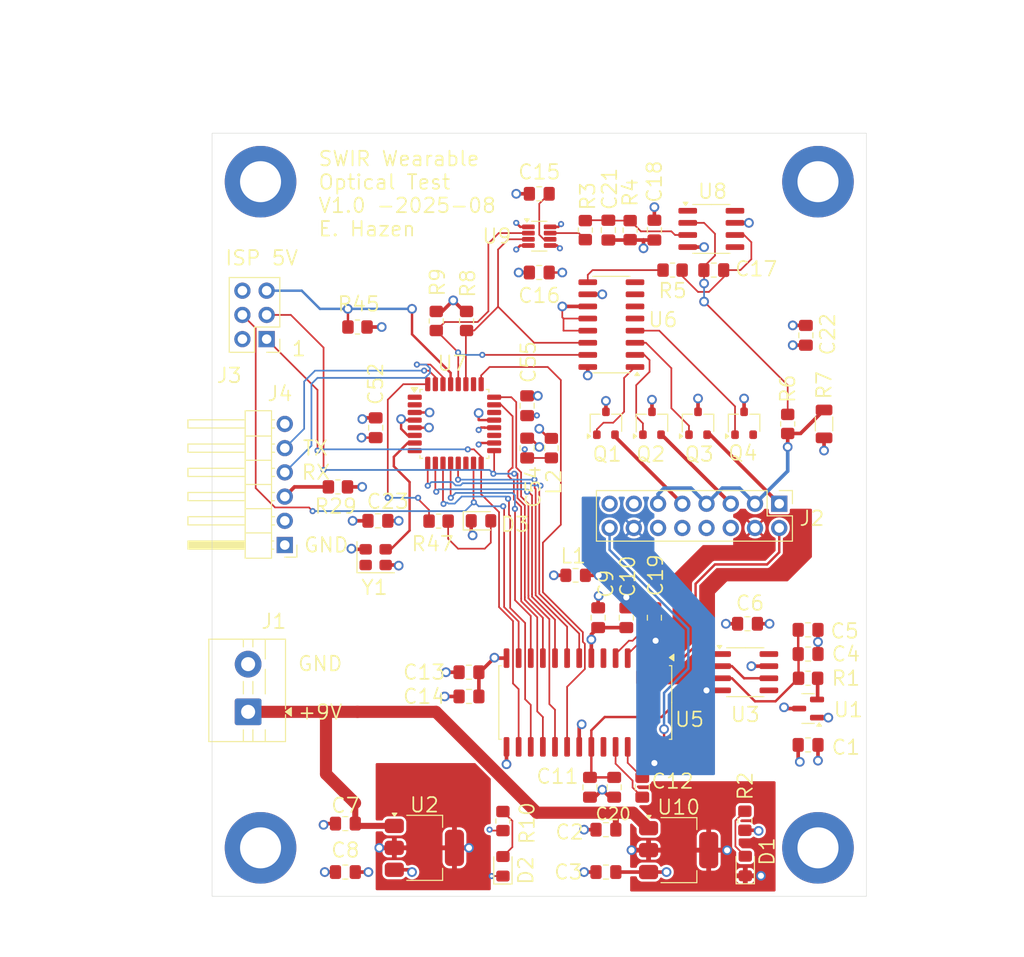
<source format=kicad_pcb>
(kicad_pcb (version 20241229) (generator "pcbnew") (generator_version "9.0")
  (layers (0 "F.Cu" signal) (4 "In1.Cu" signal) (6 "In2.Cu" signal) (2 "B.Cu" signal) (13 "F.Paste" user) (15 "B.Paste" user) (5 "F.SilkS" user "F.Silkscreen") (7 "B.SilkS" user "B.Silkscreen") (1 "F.Mask" user) (3 "B.Mask" user) (25 "Edge.Cuts" user))
  (net 0 "")
  (net 1 "Earth")
  (net 2 "+5VA")
  (net 3 "VBUS")
  (net 4 "Net-(U3-+)")
  (net 5 "GND")
  (net 6 "VCC")
  (net 7 "/VREF")
  (net 8 "Net-(U9-REF)")
  (net 9 "Net-(U8--)")
  (net 10 "Net-(C17-Pad2)")
  (net 11 "Net-(C19-Pad2)")
  (net 12 "Net-(C19-Pad1)")
  (net 13 "Net-(C20-Pad1)")
  (net 14 "Net-(C20-Pad2)")
  (net 15 "Net-(U8-+)")
  (net 16 "Net-(U7-AVCC)")
  (net 17 "Net-(U7-AREF)")
  (net 18 "Net-(D3-A)")
  (net 21 "/LED_driver/LED_1")
  (net 22 "/LED_driver/LED_3")
  (net 23 "Net-(J2-Pin_16)")
  (net 24 "/LED_driver/LED_2")
  (net 25 "/LED_driver/LED_K")
  (net 30 "/MOSI")
  (net 31 "/MISO")
  (net 32 "/~{RESET}")
  (net 33 "/SCK")
  (net 34 "Net-(J4-Pin_3)")
  (net 36 "/RXD")
  (net 38 "/TXD")
  (net 39 "Net-(Q4-B)")
  (net 40 "/LED_driver/LED_4")
  (net 41 "Net-(U1-OUT)")
  (net 42 "Net-(U9-Vout)")
  (net 43 "Net-(U6-I{slash}O)")
  (net 44 "/SDA")
  (net 45 "/SCL")
  (net 46 "/GP_LED")
  (net 49 "/PC1{slash}ADC1")
  (net 50 "/PB0")
  (net 52 "/PC0{slash}ADC0")
  (net 53 "/PD5")
  (net 54 "/PD6{slash}OC0A")
  (net 55 "/PB1{slash}OC1A")
  (net 56 "/PD7")
  (net 58 "/PC2{slash}ADC2")
  (net 69 "/CLK16")
  (net 75 "Net-(J2-Pin_2)")
  (net 76 "Net-(Q1-B)")
  (net 77 "Net-(Q2-B)")
  (net 78 "Net-(Q3-B)")
  (net 82 "Net-(D1-A)")
  (net 83 "Net-(D2-A)")
  (footprint "Inductor_SMD:L_0805_2012Metric_Pad1.15x1.40mm_HandSolder" (layer "F.Cu") (at 152.4 90.17 -90)
    (property "Reference" "L2")
    (property "Value" "10uH")
  )
  (footprint "Package_TO_SOT_SMD:SC-59" (layer "F.Cu") (at 162.941676 87.56 90)
    (property "Reference" "Q2")
    (property "Value" "TTC1949")
  )
  (footprint "Capacitor_SMD:C_0805_2012Metric_Pad1.18x1.45mm_HandSolder" (layer "F.Cu") (at 130.81 129.54 180)
    (property "Reference" "C7")
    (property "Value" "10uF")
  )
  (footprint "Package_SO:SOIC-8_3.9x4.9mm_P1.27mm" (layer "F.Cu") (at 172.72 113.665)
    (property "Reference" "U3")
    (property "Value" "OPA365xxD")
  )
  (footprint "Connector_PinHeader_2.54mm:PinHeader_1x06_P2.54mm_Horizontal" (layer "F.Cu") (at 124.46 100.33 180)
    (property "Reference" "J4")
    (property "Value" "Conn_01x06_Pin")
  )
  (footprint "MountingHole:MountingHole_4.3mm_M4_DIN965_Pad" (layer "F.Cu") (at 121.92 132.08)
    (property "Reference" "H3" (hide yes))
    (property "Value" "MountingHole")
  )
  (footprint "Resistor_SMD:R_0805_2012Metric_Pad1.20x1.40mm_HandSolder" (layer "F.Cu") (at 147.32 129.27 90)
    (property "Reference" "R10")
    (property "Value" "1.5k")
  )
  (footprint "Capacitor_SMD:C_0805_2012Metric_Pad1.18x1.45mm_HandSolder" (layer "F.Cu") (at 163.195 67.31 -90)
    (property "Reference" "C18")
    (property "Value" "0.1uF")
  )
  (footprint "Oscillator:Oscillator_SMD_Abracon_ASE-4Pin_3.2x2.5mm" (layer "F.Cu") (at 133.985 101.6)
    (property "Reference" "Y1")
    (property "Value" "CO_16MHZ")
  )
  (footprint "Capacitor_SMD:C_0805_2012Metric_Pad1.18x1.45mm_HandSolder" (layer "F.Cu") (at 161.925 125.73 90)
    (property "Reference" "C20")
    (property "Value" "C")
  )
  (footprint "Package_TO_SOT_SMD:SOT-223-3_TabPin2" (layer "F.Cu") (at 165.735 132.32)
    (property "Reference" "U10")
    (property "Value" "AZ1117CH2-5.0")
  )
  (footprint "Capacitor_SMD:C_0805_2012Metric_Pad1.18x1.45mm_HandSolder" (layer "F.Cu") (at 156.4425 125.73 -90)
    (property "Reference" "C11")
    (property "Value" "10uF")
  )
  (footprint "Capacitor_SMD:C_0805_2012Metric_Pad1.18x1.45mm_HandSolder" (layer "F.Cu") (at 179.3025 109.22)
    (property "Reference" "C5")
    (property "Value" "0.1uF")
  )
  (footprint "Package_SO:SOIC-28W_7.5x17.9mm_P1.27mm" (layer "F.Cu") (at 155.9525 116.84 -90)
    (property "Reference" "U5")
    (property "Value" "DDC112")
  )
  (footprint "Resistor_SMD:R_0805_2012Metric_Pad1.20x1.40mm_HandSolder" (layer "F.Cu") (at 172.675 129.24 90)
    (property "Reference" "R2")
    (property "Value" "1.5k")
  )
  (footprint "my_ScrewTerminal:TerminalBlock_TE_2POS_P5mm" (layer "F.Cu") (at 120.6175 117.82 90)
    (property "Reference" "J1")
    (property "Value" "Screw_Terminal_01x02")
  )
  (footprint "Capacitor_SMD:C_0805_2012Metric_Pad1.18x1.45mm_HandSolder" (layer "F.Cu") (at 172.9525 108.585 180)
    (property "Reference" "C6")
    (property "Value" "0.1uF")
  )
  (footprint "Package_TO_SOT_SMD:SOT-23" (layer "F.Cu") (at 179.3025 117.475 180)
    (property "Reference" "U1")
    (property "Value" "REF3040AIDBZT")
  )
  (footprint "Package_TO_SOT_SMD:SC-59" (layer "F.Cu") (at 158.115 87.56 90)
    (property "Reference" "Q1")
    (property "Value" "TTC1949")
  )
  (footprint "Package_TO_SOT_SMD:SOT-223-3_TabPin2" (layer "F.Cu") (at 139.09 132.08)
    (property "Reference" "U2")
    (property "Value" "AZ1117CH2-5.0")
  )
  (footprint "Package_TO_SOT_SMD:SC-59" (layer "F.Cu") (at 172.595028 87.56 90)
    (property "Reference" "Q4")
    (property "Value" "TTC1949")
  )
  (footprint "MountingHole:MountingHole_4.3mm_M4_DIN965_Pad" (layer "F.Cu") (at 180.34 132.08)
    (property "Reference" "H4" (hide yes))
    (property "Value" "MountingHole")
  )
  (footprint "Capacitor_SMD:C_0805_2012Metric_Pad1.18x1.45mm_HandSolder" (layer "F.Cu") (at 163.195 107.95 -90)
    (property "Reference" "C19")
    (property "Value" "C")
  )
  (footprint "Package_SO:SOIC-16_3.9x9.9mm_P1.27mm" (layer "F.Cu") (at 158.688 77.216 180)
    (property "Reference" "U6")
    (property "Value" "LTC1380")
  )
  (footprint "Capacitor_SMD:C_0805_2012Metric_Pad1.18x1.45mm_HandSolder" (layer "F.Cu") (at 134.2175 97.79)
    (property "Reference" "C23")
    (property "Value" "0.1uF")
  )
  (footprint "Capacitor_SMD:C_0805_2012Metric_Pad1.18x1.45mm_HandSolder" (layer "F.Cu") (at 158.115 134.62 180)
    (property "Reference" "C3")
    (property "Value" "22uF")
  )
  (footprint "Resistor_SMD:R_0805_2012Metric_Pad1.20x1.40mm_HandSolder" (layer "F.Cu") (at 179.3025 114.3 180)
    (property "Reference" "R1")
    (property "Value" "10k")
  )
  (footprint "Capacitor_SMD:C_0805_2012Metric_Pad1.18x1.45mm_HandSolder" (layer "F.Cu") (at 158.369 67.31 -90)
    (property "Reference" "C21")
    (property "Value" "1nF")
  )
  (footprint "Capacitor_SMD:C_0805_2012Metric_Pad1.18x1.45mm_HandSolder" (layer "F.Cu") (at 179.3025 121.285 180)
    (property "Reference" "C1")
    (property "Value" "0.33uF")
  )
  (footprint "LED_SMD:LED_0805_2012Metric_Pad1.15x1.40mm_HandSolder" (layer "F.Cu") (at 145.025 97.79)
    (property "Reference" "D3")
    (property "Value" "LED")
  )
  (footprint "Capacitor_SMD:C_0805_2012Metric_Pad1.18x1.45mm_HandSolder" (layer "F.Cu") (at 160.2525 107.95 90)
    (property "Reference" "C10")
    (property "Value" "0.1uF")
  )
  (footprint "Resistor_SMD:R_0805_2012Metric_Pad1.20x1.40mm_HandSolder" (layer "F.Cu") (at 140.335 76.835 90)
    (property "Reference" "R9")
    (property "Value" "4.7k")
  )
  (footprint "LED_SMD:LED_0805_2012Metric_Pad1.15x1.40mm_HandSolder" (layer "F.Cu") (at 147.32 134.015 90)
    (property "Reference" "D2")
    (property "Value" "LED")
  )
  (footprint "Resistor_SMD:R_0805_2012Metric_Pad1.20x1.40mm_HandSolder" (layer "F.Cu") (at 177.165 87.63 90)
    (property "Reference" "R6")
    (property "Value" "1k")
  )
  (footprint "Capacitor_SMD:C_0805_2012Metric_Pad1.18x1.45mm_HandSolder" (layer "F.Cu") (at 143.764 116.205 180)
    (property "Reference" "C14")
    (property "Value" "0.1uF")
  )
  (footprint "Connector_PinHeader_2.54mm:PinHeader_2x03_P2.54mm_Vertical" (layer "F.Cu") (at 122.56 78.74 180)
    (property "Reference" "J3")
    (property "Value" "ISP")
  )
  (footprint "Capacitor_SMD:C_0805_2012Metric_Pad1.18x1.45mm_HandSolder" (layer "F.Cu") (at 158.9825 125.73 -90)
    (property "Reference" "C12")
    (property "Value" "0.1uF")
  )
  (footprint "Capacitor_SMD:C_0805_2012Metric_Pad1.18x1.45mm_HandSolder" (layer "F.Cu") (at 149.86 85.725 90)
    (property "Reference" "C55")
    (property "Value" "0.1uF")
  )
  (footprint "Resistor_SMD:R_0805_2012Metric_Pad1.20x1.40mm_HandSolder" (layer "F.Cu") (at 143.51 76.835 90)
    (property "Reference" "R8")
    (property "Value" "4.7k")
  )
  (footprint "Package_SO:SOIC-8_3.9x4.9mm_P1.27mm" (layer "F.Cu") (at 169.164 67.183)
    (property "Reference" "U8")
    (property "Value" "OPA365xxD")
  )
  (footprint "Connector_PinHeader_2.54mm:PinHeader_2x08_P2.54mm_Vertical" (layer "F.Cu") (at 176.28 96 -90)
    (property "Reference" "J2")
    (property "Value" "Conn_02x08_Odd_Even")
  )
  (footprint "Resistor_SMD:R_0805_2012Metric_Pad1.20x1.40mm_HandSolder" (layer "F.Cu") (at 132.08 77.47)
    (property "Reference" "R45")
    (property "Value" "4.7k")
  )
  (footprint "Capacitor_SMD:C_0805_2012Metric_Pad1.18x1.45mm_HandSolder" (layer "F.Cu") (at 179.3025 111.76)
    (property "Reference" "C4")
    (property "Value" "10uF")
  )
  (footprint "Package_TO_SOT_SMD:TSOT-23-8" (layer "F.Cu") (at 151.13 67.945)
    (property "Reference" "U9")
    (property "Value" "LTC2631")
  )
  (footprint "Capacitor_SMD:C_0805_2012Metric_Pad1.18x1.45mm_HandSolder" (layer "F.Cu") (at 169.418 71.501)
    (property "Reference" "C17")
    (property "Value" "120pF")
  )
  (footprint "Capacitor_SMD:C_0805_2012Metric_Pad1.18x1.45mm_HandSolder" (layer "F.Cu") (at 149.86 90.1625 90)
    (property "Reference" "C54")
    (property "Value" "0.1uF")
  )
  (footprint "Capacitor_SMD:C_0805_2012Metric_Pad1.18x1.45mm_HandSolder" (layer "F.Cu") (at 130.81 134.62 180)
    (property "Reference" "C8")
    (property "Value" "22uF")
  )
  (footprint "Resistor_SMD:R_0805_2012Metric_Pad1.20x1.40mm_HandSolder" (layer "F.Cu") (at 130.032 94.234 180)
    (property "Reference" "R29")
    (property "Value" "0R")
  )
  (footprint "Capacitor_SMD:C_0805_2012Metric_Pad1.18x1.45mm_HandSolder" (layer "F.Cu") (at 151.13 71.755 180)
    (property "Reference" "C16")
    (property "Value" "0.1uF")
  )
  (footprint "Resistor_SMD:R_0805_2012Metric_Pad1.20x1.40mm_HandSolder" (layer "F.Cu") (at 165.1 71.501)
    (property "Reference" "R5")
    (property "Value" "1k")
  )
  (footprint "Inductor_SMD:L_0805_2012Metric_Pad1.15x1.40mm_HandSolder" (layer "F.Cu") (at 154.94 103.505)
    (property "Reference" "L1")
    (property "Value" "10uH")
  )
  (footprint "Resistor_SMD:R_0805_2012Metric_Pad1.20x1.40mm_HandSolder" (layer "F.Cu") (at 140.58 97.82)
    (property "Reference" "R47")
    (property "Value" "1.5k")
  )
  (footprint "Capacitor_SMD:C_0805_2012Metric_Pad1.18x1.45mm_HandSolder" (layer "F.Cu") (at 157.3025 107.95 90)
    (property "Reference" "C9")
    (property "Value" "10uF")
  )
  (footprint "MountingHole:MountingHole_4.3mm_M4_DIN965_Pad" (layer "F.Cu") (at 180.34 62.23)
    (property "Reference" "H2" (hide yes))
    (property "Value" "MountingHole")
  )
  (footprint "Capacitor_SMD:C_0805_2012Metric_Pad1.18x1.45mm_HandSolder" (layer "F.Cu") (at 143.764 113.665 180)
    (property "Reference" "C13")
    (property "Value" "10uF")
  )
  (footprint "Package_QFP:TQFP-32_7x7mm_P0.8mm" (layer "F.Cu") (at 142.24 87.63)
    (property "Reference" "U7")
    (property "Value" "ATmega328-A")
  )
  (footprint "Capacitor_SMD:C_0805_2012Metric_Pad1.18x1.45mm_HandSolder" (layer "F.Cu") (at 133.985 88.0325 -90)
    (property "Reference" "C52")
    (property "Value" "1.0uF")
  )
  (footprint "MountingHole:MountingHole_4.3mm_M4_DIN965_Pad" (layer "F.Cu") (at 121.92 62.23)
    (property "Reference" "H1" (hide yes))
    (property "Value" "MountingHole")
  )
  (footprint "Capacitor_SMD:C_0805_2012Metric_Pad1.18x1.45mm_HandSolder" (layer "F.Cu") (at 151.13 63.5 180)
    (property "Reference" "C15")
    (property "Value" "0.33uF")
  )
  (footprint "Package_TO_SOT_SMD:SC-59" (layer "F.Cu") (at 167.768352 87.56 90)
    (property "Reference" "Q3")
    (property "Value" "TTC1949")
  )
  (footprint "Resistor_SMD:R_1206_3216Metric" (layer "F.Cu") (at 180.975 87.63 90)
    (property "Reference" "R7")
    (property "Value" "24.9")
  )
  (footprint "Capacitor_SMD:C_0805_2012Metric_Pad1.18x1.45mm_HandSolder" (layer "F.Cu") (at 158.115 130.175 180)
    (property "Reference" "C2")
    (property "Value" "10uF")
  )
  (footprint "Capacitor_SMD:C_0805_2012Metric_Pad1.18x1.45mm_HandSolder" (layer "F.Cu") (at 179.07 78.3375 -90)
    (property "Reference" "C22")
    (property "Value" "0.1uF")
  )
  (footprint "LED_SMD:LED_0805_2012Metric_Pad1.15x1.40mm_HandSolder" (layer "F.Cu") (at 172.72 133.985 90)
    (property "Reference" "D1")
    (property "Value" "LED")
  )
  (footprint "Resistor_SMD:R_0805_2012Metric_Pad1.20x1.40mm_HandSolder" (layer "F.Cu") (at 155.956 67.31 -90)
    (property "Reference" "R3")
    (property "Value" "1k")
  )
  (footprint "Resistor_SMD:R_0805_2012Metric_Pad1.20x1.40mm_HandSolder" (layer "F.Cu") (at 160.655 67.31 -90)
    (property "Reference" "R4")
    (property "Value" "442")
  )
  (gr_rect (start 116.84 57.15) (end 185.42 137.16) (stroke (width 0.05)) (fill no) (layer "Edge.Cuts"))
  (gr_text "SWIR Wearable\nOptical Test\nV1.0 -2025-08\nE. Hazen" (at 127.889 68.072 0) (layer "F.SilkS") (effects (font (size 1.524 1.524) (thickness 0.1778)) (justify left bottom)))
  (gr_text "+9V" (at 125.73 118.745 0) (layer "F.SilkS") (effects (font (size 1.524 1.524) (thickness 0.1778)) (justify left bottom)))
  (gr_text "1" (at 125.095 80.645 0) (layer "F.SilkS") (effects (font (size 1.524 1.524) (thickness 0.1778)) (justify left bottom)))
  (gr_text "GND" (at 126.365 101.219 0) (layer "F.SilkS") (effects (font (size 1.524 1.524) (thickness 0.1778)) (justify left bottom)))
  (gr_text "ISP 5V" (at 118.11 71.12 0) (layer "F.SilkS") (effects (font (size 1.524 1.524) (thickness 0.1778)) (justify left bottom)))
  (gr_text "TX" (at 126.238 91.059 0) (layer "F.SilkS") (effects (font (size 1.524 1.524) (thickness 0.1778)) (justify left bottom)))
  (gr_text "RX" (at 126.111 93.599 0) (layer "F.SilkS") (effects (font (size 1.524 1.524) (thickness 0.1778)) (justify left bottom)))
  (gr_text "GND" (at 125.73 113.665 0) (layer "F.SilkS") (effects (font (size 1.524 1.524) (thickness 0.1778)) (justify left bottom)))
  (segment (start 168.885 132.32) (end 170.801 132.32) (width 0.381) (layer "F.Cu") (net 1))
  (segment (start 157.3025 105.7145) (end 157.353 105.664) (width 0.381) (layer "F.Cu") (net 1))
  (segment (start 158.369 68.3475) (end 160.6175 68.3475) (width 0.381) (layer "F.Cu") (net 1))
  (segment (start 162.9375 110.7475) (end 163.322 110.363) (width 0.381) (layer "F.Cu") (net 1))
  (segment (start 162.9375 122.9325) (end 163.195 123.19) (width 0.381) (layer "F.Cu") (net 1))
  (segment (start 160.6925 68.3475) (end 160.655 68.31) (width 0.381) (layer "F.Cu") (net 1))
  (segment (start 162.9375 121.49) (end 162.9375 122.9325) (width 0.381) (layer "F.Cu") (net 1))
  (segment (start 162.052 68.3475) (end 162.052 69.215) (width 0.381) (layer "F.Cu") (net 1))
  (segment (start 156.213 74.041) (end 157.734 74.041) (width 0.381) (layer "F.Cu") (net 1))
  (segment (start 157.3025 106.9125) (end 157.3025 105.7145) (width 0.381) (layer "F.Cu") (net 1))
  (segment (start 176.911 117.475) (end 176.784 117.348) (width 0.381) (layer "F.Cu") (net 1))
  (segment (start 160.274 105.791) (end 160.2525 105.8125) (width 0.381) (layer "F.Cu") (net 1))
  (segment (start 179.07 79.375) (end 177.6945 79.375) (width 0.381) (layer "F.Cu") (net 1))
  (segment (start 157.0775 134.62) (end 155.829 134.62) (width 0.381) (layer "F.Cu") (net 1))
  (segment (start 158.5175 126.7675) (end 157.734 125.984) (width 0.381) (layer "F.Cu") (net 1))
  (segment (start 172.72 135.01) (end 174.362 135.01) (width 0.381) (layer "F.Cu") (net 1))
  (segment (start 155.3175 121.49) (end 155.3175 119.3835) (width 0.381) (layer "F.Cu") (net 1))
  (segment (start 162.9375 112.19) (end 162.9375 110.7475) (width 0.381) (layer "F.Cu") (net 1))
  (segment (start 174.371 135.001) (end 174.362 135.01) (width 0.381) (layer "F.Cu") (net 1))
  (segment (start 162.585 132.32) (end 160.796 132.32) (width 0.381) (layer "F.Cu") (net 1))
  (segment (start 160.782 132.334) (end 160.796 132.32) (width 0.381) (layer "F.Cu") (net 1))
  (segment (start 178.265 122.893) (end 178.435 123.063) (width 0.381) (layer "F.Cu") (net 1))
  (segment (start 156.4425 126.7675) (end 156.9505 126.7675) (width 0.381) (layer "F.Cu") (net 1))
  (segment (start 156.9505 126.7675) (end 157.734 125.984) (width 0.381) (layer "F.Cu") (net 1))
  (segment (start 162.052 68.3475) (end 160.6925 68.3475) (width 0.381) (layer "F.Cu") (net 1))
  (segment (start 155.965 103.505) (end 157.353 103.505) (width 0.381) (layer "F.Cu") (net 1))
  (segment (start 170.801 132.32) (end 170.815 132.334) (width 0.381) (layer "F.Cu") (net 1))
  (segment (start 158.9825 126.7675) (end 158.5175 126.7675) (width 0.381) (layer "F.Cu") (net 1))
  (segment (start 180.34 109.22) (end 180.34 110.49) (width 0.381) (layer "F.Cu") (net 1))
  (segment (start 171.915 108.585) (end 170.688 108.585) (width 0.381) (layer "F.Cu") (net 1))
  (segment (start 178.265 121.285) (end 178.265 122.893) (width 0.381) (layer "F.Cu") (net 1))
  (segment (start 166.689 69.088) (end 168.402 69.088) (width 0.381) (layer "F.Cu") (net 1))
  (segment (start 177.673 79.3535) (end 177.6945 79.375) (width 0.381) (layer "F.Cu") (net 1))
  (segment (start 160.2525 106.9125) (end 160.2525 105.8125) (width 0.381) (layer "F.Cu") (net 1))
  (segment (start 178.365 117.475) (end 176.911 117.475) (width 0.381) (layer "F.Cu") (net 1))
  (segment (start 180.34 111.76) (end 180.34 110.49) (width 0.381) (layer "F.Cu") (net 1))
  (segment (start 160.6175 68.3475) (end 160.655 68.31) (width 0.381) (layer "F.Cu") (net 1))
  (segment (start 170.245 115.57) (end 168.656 115.57) (width 0.381) (layer "F.Cu") (net 1))
  (segment (start 155.3175 119.3835) (end 155.575 119.126) (width 0.381) (layer "F.Cu") (net 1))
  (segment (start 157.0775 130.175) (end 155.829 130.175) (width 0.381) (layer "F.Cu") (net 1))
  (segment (start 163.195 68.3475) (end 162.052 68.3475) (width 0.381) (layer "F.Cu") (net 1))
  (segment (start 180.975 89.0925) (end 180.975 90.424) (width 0.381) (layer "F.Cu") (net 1))
  (via (at 160.796 132.32) (size 1.016) (drill 0.635) (layers "F.Cu" "B.Cu") (net 1))
  (via (at 180.34 110.49) (size 1.016) (drill 0.635) (layers "F.Cu" "B.Cu") (net 1))
  (via (at 157.353 105.664) (size 1.016) (drill 0.635) (layers "F.Cu" "B.Cu") (net 1))
  (via (at 163.322 110.363) (size 1.016) (drill 0.635) (layers "F.Cu" "B.Cu") (net 1))
  (via (at 168.656 115.57) (size 1.016) (drill 0.635) (layers "F.Cu" "B.Cu") (net 1))
  (via (at 170.688 108.585) (size 1.016) (drill 0.635) (layers "F.Cu" "B.Cu") (net 1))
  (via (at 178.435 123.063) (size 1.016) (drill 0.635) (layers "F.Cu" "B.Cu") (net 1))
  (via (at 155.575 119.126) (size 1.016) (drill 0.635) (layers "F.Cu" "B.Cu") (net 1))
  (via (at 157.353 103.505) (size 1.016) (drill 0.635) (layers "F.Cu" "B.Cu") (net 1))
  (via (at 162.052 69.215) (size 1.016) (drill 0.635) (layers "F.Cu" "B.Cu") (net 1))
  (via (at 174.362 135.01) (size 1.016) (drill 0.635) (layers "F.Cu" "B.Cu") (net 1))
  (via (at 177.6945 79.375) (size 1.016) (drill 0.635) (layers "F.Cu" "B.Cu") (net 1))
  (via (at 160.2525 105.8125) (size 1.016) (drill 0.635) (layers "F.Cu" "B.Cu") (net 1))
  (via (at 176.784 117.348) (size 1.016) (drill 0.635) (layers "F.Cu" "B.Cu") (net 1))
  (via (at 180.975 90.424) (size 1.016) (drill 0.635) (layers "F.Cu" "B.Cu") (net 1))
  (via (at 170.815 132.334) (size 1.016) (drill 0.635) (layers "F.Cu" "B.Cu") (net 1))
  (via (at 157.734 125.984) (size 1.016) (drill 0.635) (layers "F.Cu" "B.Cu") (net 1))
  (via (at 155.829 130.175) (size 1.016) (drill 0.635) (layers "F.Cu" "B.Cu") (net 1))
  (via (at 155.829 134.62) (size 1.016) (drill 0.635) (layers "F.Cu" "B.Cu") (net 1))
  (via (at 168.402 69.088) (size 1.016) (drill 0.635) (layers "F.Cu" "B.Cu") (net 1))
  (via (at 163.195 123.19) (size 1.016) (drill 0.635) (layers "F.Cu" "B.Cu") (net 1))
  (via (at 157.734 74.041) (size 1.016) (drill 0.635) (layers "F.Cu" "B.Cu") (net 1))
  (segment (start 162.941 85.09) (end 162.941676 85.090676) (width 0.381) (layer "F.Cu") (net 2))
  (segment (start 175.195 113.03) (end 173.355 113.03) (width 0.381) (layer "F.Cu") (net 2))
  (segment (start 180.24 118.425) (end 181.422 118.425) (width 0.381) (layer "F.Cu") (net 2))
  (segment (start 181.483 118.364) (end 181.422 118.425) (width 0.381) (layer "F.Cu") (net 2))
  (segment (start 162.941676 86.36) (end 162.941676 85.090676) (width 0.381) (layer "F.Cu") (net 2))
  (segment (start 156.213 82.547) (end 156.21 82.55) (width 0.381) (layer "F.Cu") (net 2))
  (segment (start 171.639 66.548) (end 173.101 66.548) (width 0.381) (layer "F.Cu") (net 2))
  (segment (start 180.34 121.285) (end 180.34 122.936) (width 0.381) (layer "F.Cu") (net 2))
  (segment (start 156.5875 109.7025) (end 156.5875 110.236) (width 0.381) (layer "F.Cu") (net 2))
  (segment (start 173.99 108.585) (end 175.26 108.585) (width 0.381) (layer "F.Cu") (net 2))
  (segment (start 174.055 130.24) (end 174.117 130.302) (width 0.381) (layer "F.Cu") (net 2))
  (segment (start 172.593 84.963) (end 172.595028 84.965028) (width 0.381) (layer "F.Cu") (net 2))
  (segment (start 159.1525 134.62) (end 162.585 134.62) (width 0.381) (layer "F.Cu") (net 2))
  (segment (start 157.3025 108.9875) (end 156.5875 109.7025) (width 0.381) (layer "F.Cu") (net 2))
  (segment (start 158.115 86.36) (end 158.115 85.217) (width 0.381) (layer "F.Cu") (net 2))
  (segment (start 156.213 81.661) (end 156.213 82.547) (width 0.381) (layer "F.Cu") (net 2))
  (segment (start 172.675 130.24) (end 174.055 130.24) (width 0.381) (layer "F.Cu") (net 2))
  (segment (start 156.5875 112.19) (end 156.5875 110.236) (width 0.381) (layer "F.Cu") (net 2))
  (segment (start 179.07 77.3) (end 177.6945 77.3) (width 0.381) (layer "F.Cu") (net 2))
  (segment (start 172.595028 86.36) (end 172.595028 84.965028) (width 0.381) (layer "F.Cu") (net 2))
  (segment (start 177.673 77.3215) (end 177.6945 77.3) (width 0.381) (layer "F.Cu") (net 2))
  (segment (start 162.585 134.62) (end 164.465 134.62) (width 0.381) (layer "F.Cu") (net 2))
  (segment (start 167.767 84.963) (end 167.768352 84.964352) (width 0.381) (layer "F.Cu") (net 2))
  (segment (start 160.2525 108.9875) (end 157.3025 108.9875) (width 0.381) (layer "F.Cu") (net 2))
  (segment (start 163.195 66.2725) (end 163.195 64.897) (width 0.381) (layer "F.Cu") (net 2))
  (segment (start 167.768352 86.36) (end 167.768352 84.964352) (width 0.381) (layer "F.Cu") (net 2))
  (via (at 172.595028 84.965028) (size 1.016) (drill 0.635) (layers "F.Cu" "B.Cu") (net 2))
  (via (at 158.115 85.217) (size 1.016) (drill 0.635) (layers "F.Cu" "B.Cu") (net 2))
  (via (at 164.465 134.62) (size 1.016) (drill 0.635) (layers "F.Cu" "B.Cu") (net 2))
  (via (at 173.101 66.548) (size 1.016) (drill 0.635) (layers "F.Cu" "B.Cu") (net 2))
  (via (at 162.941676 85.090676) (size 1.016) (drill 0.635) (layers "F.Cu" "B.Cu") (net 2))
  (via (at 181.422 118.425) (size 1.016) (drill 0.635) (layers "F.Cu" "B.Cu") (net 2))
  (via (at 163.195 64.897) (size 1.016) (drill 0.635) (layers "F.Cu" "B.Cu") (net 2))
  (via (at 156.21 82.55) (size 1.016) (drill 0.635) (layers "F.Cu" "B.Cu") (net 2))
  (via (at 173.355 113.03) (size 1.016) (drill 0.635) (layers "F.Cu" "B.Cu") (net 2))
  (via (at 177.6945 77.3) (size 1.016) (drill 0.635) (layers "F.Cu" "B.Cu") (net 2))
  (via (at 167.768352 84.964352) (size 1.016) (drill 0.635) (layers "F.Cu" "B.Cu") (net 2))
  (via (at 175.26 108.585) (size 1.016) (drill 0.635) (layers "F.Cu" "B.Cu") (net 2))
  (via (at 174.117 130.302) (size 1.016) (drill 0.635) (layers "F.Cu" "B.Cu") (net 2))
  (via (at 180.34 122.936) (size 1.016) (drill 0.635) (layers "F.Cu" "B.Cu") (net 2))
  (via (at 156.5875 110.236) (size 1.016) (drill 0.635) (layers "F.Cu" "B.Cu") (net 2))
  (segment (start 132.0875 129.78) (end 131.8475 129.54) (width 0.635) (layer "F.Cu") (net 3))
  (segment (start 131.8475 127.4025) (end 131.826 127.381) (width 0.635) (layer "F.Cu") (net 3))
  (segment (start 162.585 130.02) (end 160.962 128.397) (width 1.27) (layer "F.Cu") (net 3))
  (segment (start 150.876 128.397) (end 140.299 117.82) (width 1.27) (layer "F.Cu") (net 3))
  (segment (start 128.778 117.82) (end 120.6175 117.82) (width 1.27) (layer "F.Cu") (net 3))
  (segment (start 132.08 117.82) (end 128.778 117.82) (width 1.27) (layer "F.Cu") (net 3))
  (segment (start 135.94 129.78) (end 132.0875 129.78) (width 0.635) (layer "F.Cu") (net 3))
  (segment (start 140.299 117.82) (end 132.08 117.82) (width 1.27) (layer "F.Cu") (net 3))
  (segment (start 160.962 128.397) (end 159.004 128.397) (width 1.27) (layer "F.Cu") (net 3))
  (segment (start 128.778 124.333) (end 131.826 127.381) (width 1.27) (layer "F.Cu") (net 3))
  (segment (start 159.004 128.397) (end 150.876 128.397) (width 1.27) (layer "F.Cu") (net 3))
  (segment (start 128.778 117.82) (end 128.778 124.333) (width 1.27) (layer "F.Cu") (net 3))
  (segment (start 159.1525 130.175) (end 159.1525 128.5455) (width 0.635) (layer "F.Cu") (net 3))
  (segment (start 159.1525 128.5455) (end 159.004 128.397) (width 0.635) (layer "F.Cu") (net 3))
  (segment (start 131.8475 129.54) (end 131.8475 127.4025) (width 0.635) (layer "F.Cu") (net 3))
  (segment (start 178.3025 111.7975) (end 178.265 111.76) (width 0.254) (layer "F.Cu") (net 4))
  (segment (start 173.736 116.713) (end 175.8895 116.713) (width 0.254) (layer "F.Cu") (net 4))
  (segment (start 170.245 114.3) (end 171.323 114.3) (width 0.254) (layer "F.Cu") (net 4))
  (segment (start 178.3025 114.3) (end 178.3025 111.7975) (width 0.254) (layer "F.Cu") (net 4))
  (segment (start 171.323 114.3) (end 173.736 116.713) (width 0.254) (layer "F.Cu") (net 4))
  (segment (start 175.8895 116.713) (end 178.3025 114.3) (width 0.254) (layer "F.Cu") (net 4))
  (segment (start 178.265 111.76) (end 178.265 109.22) (width 0.254) (layer "F.Cu") (net 4))
  (segment (start 132.461 89.027) (end 132.504 89.07) (width 0.254) (layer "F.Cu") (net 5))
  (segment (start 128.651 129.54) (end 128.524 129.667) (width 0.381) (layer "F.Cu") (net 5))
  (segment (start 144 99.169) (end 144.145 99.314) (width 0.381) (layer "F.Cu") (net 5))
  (segment (start 136.334 102.425) (end 136.398 102.489) (width 0.381) (layer "F.Cu") (net 5))
  (segment (start 144.799 87.23) (end 146.4025 87.23) (width 0.254) (layer "F.Cu") (net 5))
  (segment (start 139.7 86.36) (end 139.63 86.43) (width 0.254) (layer "F.Cu") (net 5))
  (segment (start 133.985 89.07) (end 132.504 89.07) (width 0.254) (layer "F.Cu") (net 5))
  (segment (start 150.0925 63.5) (end 148.717 63.5) (width 0.381) (layer "F.Cu") (net 5))
  (segment (start 156.213 77.851) (end 153.67 77.851) (width 0.1778) (layer "F.Cu") (net 5))
  (segment (start 138.0775 86.43) (end 139.63 86.43) (width 0.254) (layer "F.Cu") (net 5))
  (segment (start 153.543 76.454) (end 153.543 75.311) (width 0.1778) (layer "F.Cu") (net 5))
  (segment (start 142.24 132.08) (end 143.764 132.08) (width 0.381) (layer "F.Cu") (net 5))
  (segment (start 139.554 88.03) (end 139.573 88.011) (width 0.254) (layer "F.Cu") (net 5))
  (segment (start 129.7725 129.54) (end 128.651 129.54) (width 0.381) (layer "F.Cu") (net 5))
  (segment (start 149.9925 66.97) (end 149.139 66.97) (width 0.254) (layer "F.Cu") (net 5))
  (segment (start 151.003 84.709) (end 150.9815 84.6875) (width 0.254) (layer "F.Cu") (net 5))
  (segment (start 144.78 86.487) (end 144.78 87.211) (width 0.254) (layer "F.Cu") (net 5))
  (segment (start 144 97.79) (end 144 99.169) (width 0.381) (layer "F.Cu") (net 5))
  (segment (start 129.7725 134.62) (end 128.651 134.62) (width 0.381) (layer "F.Cu") (net 5))
  (segment (start 150.212 89.125) (end 151.13 90.043) (width 0.254) (layer "F.Cu") (net 5))
  (segment (start 135.94 132.08) (end 134.366 132.08) (width 0.381) (layer "F.Cu") (net 5))
  (segment (start 144.78 87.211) (end 144.799 87.23) (width 0.254) (layer "F.Cu") (net 5))
  (segment (start 147.701 123.317) (end 147.6975 123.3135) (width 0.381) (layer "F.Cu") (net 5))
  (segment (start 153.67 76.581) (end 153.543 76.454) (width 0.1778) (layer "F.Cu") (net 5))
  (segment (start 153.915 103.505) (end 152.654 103.505) (width 0.381) (layer "F.Cu") (net 5))
  (segment (start 149.9925 68.92) (end 149.139 68.92) (width 0.254) (layer "F.Cu") (net 5))
  (segment (start 149.86 84.6875) (end 150.9815 84.6875) (width 0.254) (layer "F.Cu") (net 5))
  (segment (start 135.255 97.79) (end 136.398 97.79) (width 0.381) (layer "F.Cu") (net 5))
  (segment (start 147.6975 121.49) (end 147.6975 123.3135) (width 0.381) (layer "F.Cu") (net 5))
  (segment (start 156.213 76.581) (end 153.67 76.581) (width 0.1778) (layer "F.Cu") (net 5))
  (segment (start 147.32 135.04) (end 146.138 135.04) (width 0.1778) (layer "F.Cu") (net 5))
  (segment (start 138.0775 88.03) (end 139.554 88.03) (width 0.254) (layer "F.Cu") (net 5))
  (segment (start 149.139 68.92) (end 148.717 69.342) (width 0.254) (layer "F.Cu") (net 5))
  (segment (start 156.213 75.311) (end 153.543 75.311) (width 0.381) (layer "F.Cu") (net 5))
  (segment (start 142.7265 116.205) (end 141.224 116.205) (width 0.381) (layer "F.Cu") (net 5))
  (segment (start 150.0925 71.755) (end 148.971 71.755) (width 0.381) (layer "F.Cu") (net 5))
  (segment (start 153.67 77.851) (end 153.67 76.581) (width 0.1778) (layer "F.Cu") (net 5))
  (segment (start 135.035 102.425) (end 136.334 102.425) (width 0.381) (layer "F.Cu") (net 5))
  (segment (start 142.7265 113.665) (end 141.351 113.665) (width 0.381) (layer "F.Cu") (net 5))
  (segment (start 146.05 135.128) (end 146.138 135.04) (width 0.1778) (layer "F.Cu") (net 5))
  (segment (start 149.139 66.97) (end 148.717 66.548) (width 0.254) (layer "F.Cu") (net 5))
  (segment (start 149.86 89.125) (end 150.212 89.125) (width 0.254) (layer "F.Cu") (net 5))
  (via (at 144.145 99.314) (size 1.016) (drill 0.635) (layers "F.Cu" "B.Cu") (net 5))
  (via (at 153.543 75.311) (size 1.016) (drill 0.635) (layers "F.Cu" "B.Cu") (net 5))
  (via (at 148.717 66.548) (size 0.635) (drill 0.3048) (layers "F.Cu" "B.Cu") (net 5))
  (via (at 144.78 86.487) (size 1.016) (drill 0.635) (layers "F.Cu" "B.Cu") (net 5))
  (via (at 141.224 116.205) (size 1.016) (drill 0.635) (layers "F.Cu" "B.Cu") (net 5))
  (via (at 132.504 89.07) (size 1.016) (drill 0.635) (layers "F.Cu" "B.Cu") (net 5))
  (via (at 146.138 135.04) (size 0.635) (drill 0.3048) (layers "F.Cu" "B.Cu") (net 5))
  (via (at 148.717 63.5) (size 1.016) (drill 0.635) (layers "F.Cu" "B.Cu") (net 5))
  (via (at 151.13 90.043) (size 1.016) (drill 0.635) (layers "F.Cu" "B.Cu") (net 5))
  (via (at 148.717 69.342) (size 0.635) (drill 0.3048) (layers "F.Cu" "B.Cu") (net 5))
  (via (at 134.366 132.08) (size 1.016) (drill 0.635) (layers "F.Cu" "B.Cu") (net 5))
  (via (at 139.573 88.011) (size 1.016) (drill 0.635) (layers "F.Cu" "B.Cu") (net 5))
  (via (at 147.6975 123.3135) (size 1.016) (drill 0.635) (layers "F.Cu" "B.Cu") (net 5))
  (via (at 152.654 103.505) (size 1.016) (drill 0.635) (layers "F.Cu" "B.Cu") (net 5))
  (via (at 150.9815 84.6875) (size 1.016) (drill 0.635) (layers "F.Cu" "B.Cu") (net 5))
  (via (at 128.524 129.667) (size 1.016) (drill 0.635) (layers "F.Cu" "B.Cu") (net 5))
  (via (at 143.764 132.08) (size 1.016) (drill 0.635) (layers "F.Cu" "B.Cu") (net 5))
  (via (at 141.351 113.665) (size 1.016) (drill 0.635) (layers "F.Cu" "B.Cu") (net 5))
  (via (at 128.651 134.62) (size 1.016) (drill 0.635) (layers "F.Cu" "B.Cu") (net 5))
  (via (at 148.971 71.755) (size 1.016) (drill 0.635) (layers "F.Cu" "B.Cu") (net 5))
  (via (at 136.398 97.79) (size 1.016) (drill 0.635) (layers "F.Cu" "B.Cu") (net 5))
  (via (at 136.398 102.489) (size 1.016) (drill 0.635) (layers "F.Cu" "B.Cu") (net 5))
  (via (at 139.63 86.43) (size 1.016) (drill 0.635) (layers "F.Cu" "B.Cu") (net 5))
  (segment (start 131.509 100.775) (end 131.445 100.711) (width 0.381) (layer "F.Cu") (net 6))
  (segment (start 146.018 130.27) (end 145.923 130.175) (width 0.1778) (layer "F.Cu") (net 6))
  (segment (start 135.94 134.38) (end 137.555 134.38) (width 0.381) (layer "F.Cu") (net 6))
  (segment (start 131.032 94.234) (end 132.572 94.234) (width 0.381) (layer "F.Cu") (net 6))
  (segment (start 153.121 66.97) (end 153.416 66.675) (width 0.254) (layer "F.Cu") (net 6))
  (segment (start 147.32 130.27) (end 146.018 130.27) (width 0.1778) (layer "F.Cu") (net 6))
  (segment (start 132.935 100.775) (end 131.509 100.775) (width 0.381) (layer "F.Cu") (net 6))
  (segment (start 136.76 87.23) (end 136.652 87.122) (width 0.254) (layer "F.Cu") (net 6))
  (segment (start 146.48 112.19) (end 146.431 112.141) (width 0.381) (layer "F.Cu") (net 6))
  (segment (start 144.8015 116.205) (end 144.8015 113.665) (width 0.381) (layer "F.Cu") (net 6))
  (segment (start 137.340001 88.83) (end 136.652 88.141999) (width 0.254) (layer "F.Cu") (net 6))
  (segment (start 140.954 75.835) (end 142.113 74.676) (width 0.381) (layer "F.Cu") (net 6))
  (segment (start 143.51 75.835) (end 143.272 75.835) (width 0.381) (layer "F.Cu") (net 6))
  (segment (start 133.08 77.47) (end 134.62 77.47) (width 0.381) (layer "F.Cu") (net 6))
  (segment (start 152.2675 68.92) (end 152.994 68.92) (width 0.254) (layer "F.Cu") (net 6))
  (segment (start 152.2675 66.97) (end 153.121 66.97) (width 0.254) (layer "F.Cu") (net 6))
  (segment (start 143.272 75.835) (end 142.113 74.676) (width 0.381) (layer "F.Cu") (net 6))
  (segment (start 144.907 113.665) (end 146.431 112.141) (width 0.381) (layer "F.Cu") (net 6))
  (segment (start 133.985 86.995) (end 132.715 86.995) (width 0.381) (layer "F.Cu") (net 6))
  (segment (start 131.8475 134.62) (end 133.223 134.62) (width 0.381) (layer "F.Cu") (net 6))
  (segment (start 137.555 134.38) (end 137.795 134.62) (width 0.381) (layer "F.Cu") (net 6))
  (segment (start 138.0775 87.23) (end 136.76 87.23) (width 0.254) (layer "F.Cu") (net 6))
  (segment (start 152.1675 71.755) (end 153.543 71.755) (width 0.254) (layer "F.Cu") (net 6))
  (segment (start 152.994 68.92) (end 153.289 69.215) (width 0.254) (layer "F.Cu") (net 6))
  (segment (start 144.8015 113.665) (end 144.907 113.665) (width 0.381) (layer "F.Cu") (net 6))
  (segment (start 136.652 88.141999) (end 136.652 87.122) (width 0.254) (layer "F.Cu") (net 6))
  (segment (start 152.4 89.145) (end 152.137 89.145) (width 0.254) (layer "F.Cu") (net 6))
  (segment (start 133.18 97.79) (end 131.572 97.79) (width 0.381) (layer "F.Cu") (net 6))
  (segment (start 140.335 75.835) (end 140.954 75.835) (width 0.381) (layer "F.Cu") (net 6))
  (segment (start 152.137 89.145) (end 151.13 88.138) (width 0.254) (layer "F.Cu") (net 6))
  (segment (start 132.715 86.995) (end 132.588 87.122) (width 0.381) (layer "F.Cu") (net 6))
  (segment (start 138.0775 88.83) (end 137.340001 88.83) (width 0.254) (layer "F.Cu") (net 6))
  (segment (start 147.6975 112.19) (end 146.48 112.19) (width 0.381) (layer "F.Cu") (net 6))
  (via (at 134.62 77.47) (size 1.016) (drill 0.635) (layers "F.Cu" "B.Cu") (net 6))
  (via (at 153.416 66.675) (size 0.635) (drill 0.3048) (layers "F.Cu" "B.Cu") (net 6))
  (via (at 153.543 71.755) (size 1.016) (drill 0.635) (layers "F.Cu" "B.Cu") (net 6))
  (via (at 133.223 134.62) (size 1.016) (drill 0.635) (layers "F.Cu" "B.Cu") (net 6))
  (via (at 132.572 94.234) (size 1.016) (drill 0.635) (layers "F.Cu" "B.Cu") (net 6))
  (via (at 132.588 87.122) (size 1.016) (drill 0.635) (layers "F.Cu" "B.Cu") (net 6))
  (via (at 153.289 69.215) (size 0.635) (drill 0.3048) (layers "F.Cu" "B.Cu") (net 6))
  (via (at 142.113 74.676) (size 1.016) (drill 0.635) (layers "F.Cu" "B.Cu") (net 6))
  (via (at 146.431 112.141) (size 1.016) (drill 0.635) (layers "F.Cu" "B.Cu") (net 6))
  (via (at 131.572 97.79) (size 1.016) (drill 0.635) (layers "F.Cu" "B.Cu") (net 6))
  (via (at 145.923 130.175) (size 0.635) (drill 0.3048) (layers "F.Cu" "B.Cu") (net 6))
  (via (at 136.652 87.122) (size 1.016) (drill 0.635) (layers "F.Cu" "B.Cu") (net 6))
  (via (at 137.795 134.62) (size 1.016) (drill 0.635) (layers "F.Cu" "B.Cu") (net 6))
  (via (at 131.445 100.711) (size 1.016) (drill 0.635) (layers "F.Cu" "B.Cu") (net 6))
  (via (at 151.13 88.138) (size 1.016) (drill 0.635) (layers "F.Cu" "B.Cu") (net 6))
  (segment (start 156.5875 119.7645) (end 156.5875 121.49) (width 0.254) (layer "F.Cu") (net 7))
  (segment (start 156.5875 121.49) (end 156.5875 124.5475) (width 0.254) (layer "F.Cu") (net 7))
  (segment (start 172.593 114.3) (end 175.195 114.3) (width 0.254) (layer "F.Cu") (net 7))
  (segment (start 163.936001 118.364) (end 157.988 118.364) (width 0.254) (layer "F.Cu") (net 7))
  (segment (start 170.245 113.03) (end 169.270001 113.03) (width 0.254) (layer "F.Cu") (net 7))
  (segment (start 171.323 113.03) (end 172.593 114.3) (width 0.254) (layer "F.Cu") (net 7))
  (segment (start 157.988 118.364) (end 156.5875 119.7645) (width 0.254) (layer "F.Cu") (net 7))
  (segment (start 170.245 113.03) (end 171.323 113.03) (width 0.254) (layer "F.Cu") (net 7))
  (segment (start 169.270001 113.03) (end 163.936001 118.364) (width 0.254) (layer "F.Cu") (net 7))
  (segment (start 156.5875 124.5475) (end 156.4425 124.6925) (width 0.254) (layer "F.Cu") (net 7))
  (segment (start 158.9825 124.6925) (end 156.4425 124.6925) (width 0.254) (layer "F.Cu") (net 7))
  (segment (start 151.13 67.794999) (end 151.13 64.5375) (width 0.1778) (layer "F.Cu") (net 8))
  (segment (start 151.605001 68.27) (end 151.13 67.794999) (width 0.1778) (layer "F.Cu") (net 8))
  (segment (start 152.2675 68.27) (end 151.605001 68.27) (width 0.1778) (layer "F.Cu") (net 8))
  (segment (start 151.13 64.5375) (end 152.1675 63.5) (width 0.1778) (layer "F.Cu") (net 8))
  (segment (start 169.545 69.977) (end 169.545 67.691) (width 0.1778) (layer "F.Cu") (net 9))
  (segment (start 168.3805 71.501) (end 168.3805 71.1415) (width 0.1778) (layer "F.Cu") (net 9))
  (segment (start 177.165 86.63) (end 177.165 83.566) (width 0.1778) (layer "F.Cu") (net 9))
  (segment (start 177.165 83.566) (end 168.402 74.803) (width 0.1778) (layer "F.Cu") (net 9))
  (segment (start 168.402 72.898) (end 168.402 71.5225) (width 0.1778) (layer "F.Cu") (net 9))
  (segment (start 169.545 67.691) (end 168.402 66.548) (width 0.1778) (layer "F.Cu") (net 9))
  (segment (start 168.3805 71.1415) (end 169.545 69.977) (width 0.1778) (layer "F.Cu") (net 9))
  (segment (start 168.402 71.5225) (end 168.3805 71.501) (width 0.1778) (layer "F.Cu") (net 9))
  (segment (start 168.402 66.548) (end 166.689 66.548) (width 0.1778) (layer "F.Cu") (net 9))
  (via (at 168.402 72.898) (size 1.016) (drill 0.635) (layers "F.Cu" "B.Cu") (net 9))
  (via (at 168.402 74.803) (size 1.016) (drill 0.635) (layers "F.Cu" "B.Cu") (net 9))
  (segment (start 168.402 74.803) (end 168.402 72.898) (width 0.1778) (layer "B.Cu") (net 9))
  (segment (start 171.639 67.818) (end 172.593 67.818) (width 0.1778) (layer "F.Cu") (net 10))
  (segment (start 166.1 72.12) (end 167.767 73.787) (width 0.1778) (layer "F.Cu") (net 10))
  (segment (start 173.355 68.58) (end 173.355 70.358) (width 0.1778) (layer "F.Cu") (net 10))
  (segment (start 172.593 67.818) (end 173.355 68.58) (width 0.1778) (layer "F.Cu") (net 10))
  (segment (start 173.355 70.358) (end 172.212 71.501) (width 0.1778) (layer "F.Cu") (net 10))
  (segment (start 166.1 71.501) (end 166.1 72.12) (width 0.1778) (layer "F.Cu") (net 10))
  (segment (start 167.767 73.787) (end 168.91 73.787) (width 0.1778) (layer "F.Cu") (net 10))
  (segment (start 168.91 73.787) (end 170.4555 72.2415) (width 0.1778) (layer "F.Cu") (net 10))
  (segment (start 170.4555 72.2415) (end 170.4555 71.501) (width 0.1778) (layer "F.Cu") (net 10))
  (segment (start 172.212 71.501) (end 170.4555 71.501) (width 0.1778) (layer "F.Cu") (net 10))
  (segment (start 160.3975 111.785) (end 160.3975 112.19) (width 0.1778) (layer "F.Cu") (net 11))
  (segment (start 163.195 108.9875) (end 160.3975 111.785) (width 0.1778) (layer "F.Cu") (net 11))
  (segment (start 160.909 110.363) (end 160.528 110.363) (width 0.1778) (layer "F.Cu") (net 12))
  (segment (start 160.528 110.363) (end 159.1275 111.7635) (width 0.1778) (layer "F.Cu") (net 12))
  (segment (start 162.1801 107.9274) (end 162.1801 109.0919) (width 0.1778) (layer "F.Cu") (net 12))
  (segment (start 162.1801 109.0919) (end 160.909 110.363) (width 0.1778) (layer "F.Cu") (net 12))
  (segment (start 159.1275 111.7635) (end 159.1275 112.19) (width 0.1778) (layer "F.Cu") (net 12))
  (segment (start 163.195 106.9125) (end 162.1801 107.9274) (width 0.1778) (layer "F.Cu") (net 12))
  (segment (start 159.1275 123.25454) (end 160.9101 125.03714) (width 0.1778) (layer "F.Cu") (net 13))
  (segment (start 160.9101 125.7526) (end 161.925 126.7675) (width 0.1778) (layer "F.Cu") (net 13))
  (segment (start 159.1275 121.49) (end 159.1275 123.25454) (width 0.1778) (layer "F.Cu") (net 13))
  (segment (start 160.9101 125.03714) (end 160.9101 125.7526) (width 0.1778) (layer "F.Cu") (net 13))
  (segment (start 160.3975 123.165) (end 160.3975 121.49) (width 0.1778) (layer "F.Cu") (net 14))
  (segment (start 161.925 124.6925) (end 160.3975 123.165) (width 0.1778) (layer "F.Cu") (net 14))
  (segment (start 161.782 67.437) (end 160.655 66.31) (width 0.1778) (layer "F.Cu") (net 15))
  (segment (start 165.354 67.818) (end 164.973 67.437) (width 0.1778) (layer "F.Cu") (net 15))
  (segment (start 166.689 67.818) (end 165.354 67.818) (width 0.1778) (layer "F.Cu") (net 15))
  (segment (start 155.9935 66.2725) (end 155.956 66.31) (width 0.1778) (layer "F.Cu") (net 15))
  (segment (start 164.973 67.437) (end 161.782 67.437) (width 0.1778) (layer "F.Cu") (net 15))
  (segment (start 158.369 66.2725) (end 155.9935 66.2725) (width 0.1778) (layer "F.Cu") (net 15))
  (segment (start 160.655 66.31) (end 158.4065 66.31) (width 0.1778) (layer "F.Cu") (net 15))
  (segment (start 158.4065 66.31) (end 158.369 66.2725) (width 0.1778) (layer "F.Cu") (net 15))
  (segment (start 149.606 90.946) (end 149.86 91.2) (width 0.254) (layer "F.Cu") (net 16))
  (segment (start 144.939 89.63) (end 144.78 89.789) (width 0.254) (layer "F.Cu") (net 16))
  (segment (start 146.4025 89.63) (end 144.939 89.63) (width 0.254) (layer "F.Cu") (net 16))
  (segment (start 152.395 91.2) (end 152.4 91.195) (width 0.1778) (layer "F.Cu") (net 16))
  (segment (start 149.606 90.297) (end 149.606 90.946) (width 0.254) (layer "F.Cu") (net 16))
  (segment (start 149.86 91.2) (end 152.395 91.2) (width 0.1778) (layer "F.Cu") (net 16))
  (via (at 144.78 89.789) (size 0.635) (drill 0.3048) (layers "F.Cu" "B.Cu") (net 16))
  (via (at 149.606 90.297) (size 0.635) (drill 0.3048) (layers "F.Cu" "B.Cu") (net 16))
  (segment (start 149.8815 86.741) (end 149.86 86.7625) (width 0.254) (layer "F.Cu") (net 17))
  (segment (start 150.876 86.741) (end 149.8815 86.741) (width 0.254) (layer "F.Cu") (net 17))
  (segment (start 145.034 88.011) (end 145.377 88.011) (width 0.254) (layer "F.Cu") (net 17))
  (segment (start 144.78 88.265) (end 145.034 88.011) (width 0.254) (layer "F.Cu") (net 17))
  (segment (start 145.377 88.011) (end 145.396 88.03) (width 0.254) (layer "F.Cu") (net 17))
  (segment (start 145.396 88.03) (end 146.4025 88.03) (width 0.254) (layer "F.Cu") (net 17))
  (via (at 144.78 88.265) (size 0.635) (drill 0.3048) (layers "F.Cu" "B.Cu") (net 17))
  (via (at 150.876 86.741) (size 0.635) (drill 0.3048) (layers "F.Cu" "B.Cu") (net 17))
  (segment (start 142.621 100.711) (end 145.415 100.711) (width 0.1778) (layer "F.Cu") (net 18))
  (segment (start 141.58 97.82) (end 141.58 99.67) (width 0.1778) (layer "F.Cu") (net 18))
  (segment (start 146.05 100.076) (end 146.05 97.79) (width 0.1778) (layer "F.Cu") (net 18))
  (segment (start 145.415 100.711) (end 146.05 100.076) (width 0.1778) (layer "F.Cu") (net 18))
  (segment (start 141.58 99.67) (end 142.621 100.711) (width 0.1778) (layer "F.Cu") (net 18))
  (segment (start 159.065 88.76) (end 159.065 88.945) (width 0.381) (layer "F.Cu") (net 21))
  (segment (start 159.065 88.945) (end 166.12 96) (width 0.381) (layer "F.Cu") (net 21))
  (segment (start 169.04 88.76) (end 176.28 96) (width 0.381) (layer "F.Cu") (net 22))
  (segment (start 168.718352 88.76) (end 169.04 88.76) (width 0.381) (layer "F.Cu") (net 22))
  (segment (start 164.211 119.634) (end 164.2075 119.6375) (width 0.254) (layer "F.Cu") (net 23))
  (segment (start 164.2075 121.49) (end 164.2075 119.6375) (width 0.254) (layer "F.Cu") (net 23))
  (via (at 164.2075 119.6375) (size 1.016) (drill 0.635) (layers "F.Cu" "B.Cu") (net 23))
  (segment (start 158.5 100.842) (end 158.5 98.54) (width 0.254) (layer "B.Cu") (net 23))
  (segment (start 166.751 109.093) (end 158.5 100.842) (width 0.254) (layer "B.Cu") (net 23))
  (segment (start 166.751 113.284) (end 166.751 109.093) (width 0.254) (layer "B.Cu") (net 23))
  (segment (start 164.2075 119.6375) (end 164.2075 115.8275) (width 0.254) (layer "B.Cu") (net 23))
  (segment (start 164.2075 115.8275) (end 166.751 113.284) (width 0.254) (layer "B.Cu") (net 23))
  (segment (start 163.891676 88.76) (end 163.96 88.76) (width 0.381) (layer "F.Cu") (net 24))
  (segment (start 163.96 88.76) (end 171.2 96) (width 0.381) (layer "F.Cu") (net 24))
  (segment (start 177.165 90.043) (end 177.165 88.63) (width 0.381) (layer "F.Cu") (net 25))
  (segment (start 177.165 88.63) (end 178.5125 88.63) (width 0.381) (layer "F.Cu") (net 25))
  (segment (start 178.5125 88.63) (end 180.975 86.1675) (width 0.381) (layer "F.Cu") (net 25))
  (via (at 177.165 90.043) (size 1.016) (drill 0.635) (layers "F.Cu" "B.Cu") (net 25))
  (segment (start 172.101 94.361) (end 173.74 96) (width 0.381) (layer "B.Cu") (net 25))
  (segment (start 177.165 90.043) (end 177.165 89.789) (width 0.381) (layer "B.Cu") (net 25))
  (segment (start 163.58 94.992) (end 164.211 94.361) (width 0.381) (layer "B.Cu") (net 25))
  (segment (start 173.74 96) (end 177.165 92.575) (width 0.381) (layer "B.Cu") (net 25))
  (segment (start 177.165 92.575) (end 177.165 90.043) (width 0.381) (layer "B.Cu") (net 25))
  (segment (start 164.211 94.361) (end 167.021 94.361) (width 0.381) (layer "B.Cu") (net 25))
  (segment (start 168.668 96) (end 170.307 94.361) (width 0.381) (layer "B.Cu") (net 25))
  (segment (start 170.307 94.361) (end 172.101 94.361) (width 0.381) (layer "B.Cu") (net 25))
  (segment (start 163.58 96) (end 163.58 94.992) (width 0.381) (layer "B.Cu") (net 25))
  (segment (start 167.021 94.361) (end 168.66 96) (width 0.381) (layer "B.Cu") (net 25))
  (segment (start 168.66 96) (end 168.668 96) (width 0.381) (layer "B.Cu") (net 25))
  (segment (start 123.4409 96.3899) (end 121.412 94.361) (width 0.1778) (layer "F.Cu") (net 30))
  (segment (start 147.447 106.834704) (end 147.447 96.266) (width 0.1778) (layer "F.Cu") (net 30))
  (segment (start 147.447 96.266) (end 147.3486 96.266) (width 0.1778) (layer "F.Cu") (net 30))
  (segment (start 148.9675 108.355204) (end 147.447 106.834704) (width 0.1778) (layer "F.Cu") (net 30))
  (segment (start 126.9969 96.3899) (end 123.4409 96.3899) (width 0.1778) (layer "F.Cu") (net 30))
  (segment (start 121.412 94.361) (end 121.412 77.592) (width 0.1778) (layer "F.Cu") (net 30))
  (segment (start 127.381 96.774) (end 126.9969 96.3899) (width 0.1778) (layer "F.Cu") (net 30))
  (segment (start 121.412 77.592) (end 120.02 76.2) (width 0.1778) (layer "F.Cu") (net 30))
  (segment (start 144.24 95.8178) (end 144.24 91.7925) (width 0.1778) (layer "F.Cu") (net 30))
  (segment (start 148.9675 112.19) (end 148.9675 108.355204) (width 0.1778) (layer "F.Cu") (net 30))
  (segment (start 144.272 95.8498) (end 144.24 95.8178) (width 0.1778) (layer "F.Cu") (net 30))
  (via (at 147.3486 96.266) (size 0.635) (drill 0.3048) (layers "F.Cu" "B.Cu") (net 30))
  (via (at 127.381 96.774) (size 0.635) (drill 0.3048) (layers "F.Cu" "B.Cu") (net 30))
  (via (at 144.272 95.8498) (size 0.635) (drill 0.3048) (layers "F.Cu" "B.Cu") (net 30))
  (segment (start 143.3478 96.774) (end 127.381 96.774) (width 0.1778) (layer "B.Cu") (net 30))
  (segment (start 144.272 95.758) (end 144.272 95.8498) (width 0.1778) (layer "B.Cu") (net 30))
  (segment (start 147.3486 96.266) (end 144.78 96.266) (width 0.1778) (layer "B.Cu") (net 30))
  (segment (start 144.78 96.266) (end 144.272 95.758) (width 0.1778) (layer "B.Cu") (net 30))
  (segment (start 144.272 95.8498) (end 143.3478 96.774) (width 0.1778) (layer "B.Cu") (net 30))
  (segment (start 148.3776 114.8496) (end 148.3776 108.301008) (width 0.1778) (layer "F.Cu") (net 31))
  (segment (start 145.04 91.7925) (end 145.04 91.055001) (width 0.1778) (layer "F.Cu") (net 31))
  (segment (start 145.04 95.002) (end 145.04 91.7925) (width 0.1778) (layer "F.Cu") (net 31))
  (segment (start 127.889 90.424) (end 127.889 84.069) (width 0.1778) (layer "F.Cu") (net 31))
  (segment (start 146.9149 106.838308) (end 146.9149 96.8769) (width 0.1778) (layer "F.Cu") (net 31))
  (segment (start 146.9149 96.8769) (end 145.04 95.002) (width 0.1778) (layer "F.Cu") (net 31))
  (segment (start 144.281999 90.297) (end 143.637 90.297) (width 0.1778) (layer "F.Cu") (net 31))
  (segment (start 145.04 91.055001) (end 144.281999 90.297) (width 0.1778) (layer "F.Cu") (net 31))
  (segment (start 148.9675 115.4395) (end 148.3776 114.8496) (width 0.1778) (layer "F.Cu") (net 31))
  (segment (start 148.9675 121.49) (end 148.9675 115.4395) (width 0.1778) (layer "F.Cu") (net 31))
  (segment (start 127.889 84.069) (end 122.56 78.74) (width 0.1778) (layer "F.Cu") (net 31))
  (segment (start 148.3776 108.301008) (end 146.9149 106.838308) (width 0.1778) (layer "F.Cu") (net 31))
  (via (at 143.637 90.297) (size 0.635) (drill 0.3048) (layers "F.Cu" "B.Cu") (net 31))
  (via (at 127.889 90.424) (size 0.635) (drill 0.3048) (layers "F.Cu" "B.Cu") (net 31))
  (segment (start 143.637 90.297) (end 128.016 90.297) (width 0.1778) (layer "B.Cu") (net 31))
  (segment (start 128.016 90.297) (end 127.889 90.424) (width 0.1778) (layer "B.Cu") (net 31))
  (segment (start 131.08 77.47) (end 131.08 75.581) (width 0.254) (layer "F.Cu") (net 32))
  (segment (start 131.08 75.581) (end 131.064 75.565) (width 0.254) (layer "F.Cu") (net 32))
  (segment (start 137.795 78.232) (end 137.795 75.565) (width 0.254) (layer "F.Cu") (net 32))
  (segment (start 141.84 82.277) (end 137.795 78.232) (width 0.254) (layer "F.Cu") (net 32))
  (segment (start 141.84 83.4675) (end 141.84 82.277) (width 0.254) (layer "F.Cu") (net 32))
  (via (at 131.064 75.565) (size 1.016) (drill 0.635) (layers "F.Cu" "B.Cu") (net 32))
  (via (at 137.795 75.565) (size 1.016) (drill 0.635) (layers "F.Cu" "B.Cu") (net 32))
  (segment (start 137.795 75.565) (end 128.143 75.565) (width 0.254) (layer "B.Cu") (net 32))
  (segment (start 128.143 75.565) (end 126.238 73.66) (width 0.254) (layer "B.Cu") (net 32))
  (segment (start 126.238 73.66) (end 122.56 73.66) (width 0.254) (layer "B.Cu") (net 32))
  (segment (start 149.6148 96.175504) (end 148.8462 95.406904) (width 0.1778) (layer "F.Cu") (net 33))
  (segment (start 128.524 79.629) (end 125.095 76.2) (width 0.1778) (layer "F.Cu") (net 33))
  (segment (start 128.524 92.456) (end 128.524 79.629) (width 0.1778) (layer "F.Cu") (net 33))
  (segment (start 148.669758 92.690463) (end 148.50882 92.851401) (width 0.1778) (layer "F.Cu") (net 33))
  (segment (start 146.318401 92.851401) (end 146.4025 92.767302) (width 0.1778) (layer "F.Cu") (net 33))
  (segment (start 151.5075 107.95802) (end 149.617 106.06752) (width 0.1778) (layer "F.Cu") (net 33))
  (segment (start 149.617 106.06752) (end 149.617 105.785816) (width 0.1778) (layer "F.Cu") (net 33))
  (segment (start 125.095 76.2) (end 122.56 76.2) (width 0.1778) (layer "F.Cu") (net 33))
  (segment (start 151.5075 112.19) (end 151.5075 107.95802) (width 0.1778) (layer "F.Cu") (net 33))
  (segment (start 148.8462 95.406904) (end 148.8462 92.866904) (width 0.1778) (layer "F.Cu") (net 33))
  (segment (start 148.8462 92.866904) (end 148.669758 92.690463) (width 0.1778) (layer "F.Cu") (net 33))
  (segment (start 149.6148 105.783616) (end 149.6148 96.175504) (width 0.1778) (layer "F.Cu") (net 33))
  (segment (start 146.4025 92.767302) (end 146.4025 90.43) (width 0.1778) (layer "F.Cu") (net 33))
  (segment (start 149.617 105.785816) (end 149.6148 105.783616) (width 0.1778) (layer "F.Cu") (net 33))
  (via (at 128.524 92.456) (size 0.635) (drill 0.3048) (layers "F.Cu" "B.Cu") (net 33))
  (via (at 146.318401 92.851401) (size 0.635) (drill 0.3048) (layers "F.Cu" "B.Cu") (net 33))
  (via (at 148.50882 92.851401) (size 0.635) (drill 0.3048) (layers "F.Cu" "B.Cu") (net 33))
  (segment (start 148.50882 92.851401) (end 146.318401 92.851401) (width 0.1778) (layer "B.Cu") (net 33))
  (segment (start 146.318401 92.851401) (end 145.923 92.456) (width 0.1778) (layer "B.Cu") (net 33))
  (segment (start 145.923 92.456) (end 128.524 92.456) (width 0.1778) (layer "B.Cu") (net 33))
  (segment (start 125.476 94.234) (end 124.46 95.25) (width 0.381) (layer "F.Cu") (net 34))
  (segment (start 129.032 94.234) (end 125.476 94.234) (width 0.381) (layer "F.Cu") (net 34))
  (segment (start 141.04 83.4675) (end 141.04 82.730001) (width 0.1778) (layer "F.Cu") (net 36))
  (segment (start 139.716999 81.407) (end 138.303 81.407) (width 0.1778) (layer "F.Cu") (net 36))
  (segment (start 141.04 82.730001) (end 139.716999 81.407) (width 0.1778) (layer "F.Cu") (net 36))
  (via (at 138.303 81.407) (size 0.635) (drill 0.3048) (layers "F.Cu" "B.Cu") (net 36))
  (segment (start 138.303 81.407) (end 139.288994 81.407) (width 0.1778) (layer "B.Cu") (net 36))
  (segment (start 127.254 83.439) (end 127.254 89.916) (width 0.1778) (layer "B.Cu") (net 36))
  (segment (start 139.288994 81.407) (end 139.6724 81.790406) (width 0.1778) (layer "B.Cu") (net 36))
  (segment (start 127.889 82.804) (end 127.254 83.439) (width 0.1778) (layer "B.Cu") (net 36))
  (segment (start 139.6724 82.293594) (end 139.161994 82.804) (width 0.1778) (layer "B.Cu") (net 36))
  (segment (start 127.254 89.916) (end 124.46 92.71) (width 0.1778) (layer "B.Cu") (net 36))
  (segment (start 139.161994 82.804) (end 127.889 82.804) (width 0.1778) (layer "B.Cu") (net 36))
  (segment (start 139.6724 81.790406) (end 139.6724 82.293594) (width 0.1778) (layer "B.Cu") (net 36))
  (segment (start 139.551999 82.042) (end 139.065 82.042) (width 0.1778) (layer "F.Cu") (net 38))
  (segment (start 140.24 83.4675) (end 140.24 82.730001) (width 0.1778) (layer "F.Cu") (net 38))
  (segment (start 140.24 82.730001) (end 139.551999 82.042) (width 0.1778) (layer "F.Cu") (net 38))
  (via (at 139.065 82.042) (size 0.635) (drill 0.3048) (layers "F.Cu" "B.Cu") (net 38))
  (segment (start 126.492 83.185) (end 126.492 88.138) (width 0.1778) (layer "B.Cu") (net 38))
  (segment (start 139.065 82.042) (end 127.635 82.042) (width 0.1778) (layer "B.Cu") (net 38))
  (segment (start 126.492 88.138) (end 124.46 90.17) (width 0.1778) (layer "B.Cu") (net 38))
  (segment (start 127.635 82.042) (end 126.492 83.185) (width 0.1778) (layer "B.Cu") (net 38))
  (segment (start 161.163 77.851) (end 163.703 77.851) (width 0.1778) (layer "F.Cu") (net 39))
  (segment (start 171.645028 85.793028) (end 171.645028 88.76) (width 0.1778) (layer "F.Cu") (net 39))
  (segment (start 163.703 77.851) (end 171.645028 85.793028) (width 0.1778) (layer "F.Cu") (net 39))
  (segment (start 180.3025 116.4625) (end 180.24 116.525) (width 0.381) (layer "F.Cu") (net 41))
  (segment (start 180.3025 114.3) (end 180.3025 116.4625) (width 0.381) (layer "F.Cu") (net 41))
  (segment (start 155.266 67.62) (end 155.956 68.31) (width 0.1778) (layer "F.Cu") (net 42))
  (segment (start 152.2675 67.62) (end 155.266 67.62) (width 0.1778) (layer "F.Cu") (net 42))
  (segment (start 156.213 72.012) (end 156.213 72.771) (width 0.1778) (layer "F.Cu") (net 43))
  (segment (start 164.1 71.501) (end 156.718 71.501) (width 0.1778) (layer "F.Cu") (net 43))
  (segment (start 156.718 71.501) (end 156.21 72.009) (width 0.1778) (layer "F.Cu") (net 43))
  (segment (start 156.21 72.009) (end 156.213 72.012) (width 0.1778) (layer "F.Cu") (net 43))
  (segment (start 147.884 68.27) (end 149.9925 68.27) (width 0.1778) (layer "F.Cu") (net 44))
  (segment (start 146.812 69.342) (end 147.884 68.27) (width 0.1778) (layer "F.Cu") (net 44))
  (segment (start 143.51 77.835) (end 144.315704 77.835) (width 0.1778) (layer "F.Cu") (net 44))
  (segment (start 143.44 83.4675) (end 143.44 77.905) (width 0.1778) (layer "F.Cu") (net 44))
  (segment (start 144.315704 77.835) (end 146.812 75.338704) (width 0.1778) (layer "F.Cu") (net 44))
  (segment (start 150.594296 79.121) (end 146.812 75.338704) (width 0.1778) (layer "F.Cu") (net 44))
  (segment (start 146.812 75.338704) (end 146.812 69.342) (width 0.1778) (layer "F.Cu") (net 44))
  (segment (start 156.213 79.121) (end 150.594296 79.121) (width 0.1778) (layer "F.Cu") (net 44))
  (segment (start 143.44 77.905) (end 143.51 77.835) (width 0.1778) (layer "F.Cu") (net 44))
  (segment (start 142.64 83.4675) (end 142.64 80.14) (width 0.1778) (layer "F.Cu") (net 45))
  (segment (start 145.796 75.819) (end 145.796 68.707) (width 0.1778) (layer "F.Cu") (net 45))
  (segment (start 142.64 80.14) (end 140.335 77.835) (width 0.1778) (layer "F.Cu") (net 45))
  (segment (start 156.213 80.391) (end 145.161 80.391) (width 0.1778) (layer "F.Cu") (net 45))
  (segment (start 141.2249 76.9451) (end 144.6699 76.9451) (width 0.1778) (layer "F.Cu") (net 45))
  (segment (start 146.883 67.62) (end 149.9925 67.62) (width 0.1778) (layer "F.Cu") (net 45))
  (segment (start 144.6699 76.9451) (end 145.796 75.819) (width 0.1778) (layer "F.Cu") (net 45))
  (segment (start 140.335 77.835) (end 141.2249 76.9451) (width 0.1778) (layer "F.Cu") (net 45))
  (segment (start 145.796 68.707) (end 146.883 67.62) (width 0.1778) (layer "F.Cu") (net 45))
  (via (at 145.161 80.391) (size 0.635) (drill 0.3048) (layers "F.Cu" "B.Cu") (net 45))
  (via (at 142.621 80.137) (size 0.635) (drill 0.3048) (layers "F.Cu" "B.Cu") (net 45))
  (segment (start 145.161 80.391) (end 142.875 80.391) (width 0.1778) (layer "B.Cu") (net 45))
  (segment (start 142.875 80.391) (end 142.621 80.137) (width 0.1778) (layer "B.Cu") (net 45))
  (segment (start 139.44 83.4675) (end 136.8775 83.4675) (width 0.1778) (layer "F.Cu") (net 46))
  (segment (start 138.43 95.377) (end 138.43 95.504) (width 0.1778) (layer "F.Cu") (net 46))
  (segment (start 139.58 96.654) (end 139.58 97.82) (width 0.1778) (layer "F.Cu") (net 46))
  (segment (start 136.8775 83.4675) (end 135.255 85.09) (width 0.1778) (layer "F.Cu") (net 46))
  (segment (start 138.43 95.504) (end 139.58 96.654) (width 0.1778) (layer "F.Cu") (net 46))
  (segment (start 135.255 85.09) (end 135.255 95.377) (width 0.1778) (layer "F.Cu") (net 46))
  (via (at 138.43 95.377) (size 0.635) (drill 0.3048) (layers "F.Cu" "B.Cu") (net 46))
  (via (at 135.255 95.377) (size 0.635) (drill 0.3048) (layers "F.Cu" "B.Cu") (net 46))
  (segment (start 135.255 95.377) (end 138.43 95.377) (width 0.1778) (layer "B.Cu") (net 46))
  (segment (start 148.717 85.344) (end 148.203 84.83) (width 0.1778) (layer "F.Cu") (net 49))
  (segment (start 152.7775 121.49) (end 152.7775 117.5985) (width 0.1778) (layer "F.Cu") (net 49))
  (segment (start 149.9936 96.0186) (end 149.225 95.25) (width 0.1778) (layer "F.Cu") (net 49))
  (segment (start 152.1876 117.0086) (end 152.1876 108.102416) (width 0.1778) (layer "F.Cu") (net 49))
  (segment (start 149.9958 105.628912) (end 149.9936 105.626712) (width 0.1778) (layer "F.Cu") (net 49))
  (segment (start 149.225 95.25) (end 149.225 92.71) (width 0.1778) (layer "F.Cu") (net 49))
  (segment (start 148.717 92.202) (end 148.717 85.344) (width 0.1778) (layer "F.Cu") (net 49))
  (segment (start 149.225 92.71) (end 148.717 92.202) (width 0.1778) (layer "F.Cu") (net 49))
  (segment (start 152.1876 108.102416) (end 149.9958 105.910616) (width 0.1778) (layer "F.Cu") (net 49))
  (segment (start 149.9958 105.910616) (end 149.9958 105.628912) (width 0.1778) (layer "F.Cu") (net 49))
  (segment (start 152.7775 117.5985) (end 152.1876 117.0086) (width 0.1778) (layer "F.Cu") (net 49))
  (segment (start 148.203 84.83) (end 146.4025 84.83) (width 0.1778) (layer "F.Cu") (net 49))
  (segment (start 149.9936 105.626712) (end 149.9936 96.0186) (width 0.1778) (layer "F.Cu") (net 49))
  (segment (start 141.859 95.377) (end 141.84 95.358) (width 0.1778) (layer "F.Cu") (net 50))
  (segment (start 141.84 95.358) (end 141.84 91.7925) (width 0.1778) (layer "F.Cu") (net 50))
  (segment (start 148.59 96.52) (end 148.578006 96.531994) (width 0.1778) (layer "F.Cu") (net 50))
  (segment (start 148.59 106.111928) (end 148.59 96.52) (width 0.1778) (layer "F.Cu") (net 50))
  (segment (start 150.2375 107.759428) (end 148.59 106.111928) (width 0.1778) (layer "F.Cu") (net 50))
  (segment (start 150.2375 112.19) (end 150.2375 107.759428) (width 0.1778) (layer "F.Cu") (net 50))
  (via (at 141.859 95.377) (size 0.635) (drill 0.3048) (layers "F.Cu" "B.Cu") (net 50))
  (via (at 148.578006 96.531994) (size 0.635) (drill 0.3048) (layers "F.Cu" "B.Cu") (net 50))
  (segment (start 148.578006 96.531994) (end 148.578006 95.111006) (width 0.1778) (layer "B.Cu") (net 50))
  (segment (start 148.3316 94.8646) (end 142.3714 94.8646) (width 0.1778) (layer "B.Cu") (net 50))
  (segment (start 148.578006 95.111006) (end 148.3316 94.8646) (width 0.1778) (layer "B.Cu") (net 50))
  (segment (start 142.3714 94.8646) (end 141.859 95.377) (width 0.1778) (layer "B.Cu") (net 50))
  (segment (start 148.4674 93.458801) (end 148.4674 95.563808) (width 0.1778) (layer "F.Cu") (net 52))
  (segment (start 148.3382 86.828201) (end 148.3382 92.244001) (width 0.1778) (layer "F.Cu") (net 52))
  (segment (start 147.90142 92.599807) (end 147.90142 93.102995) (width 0.1778) (layer "F.Cu") (net 52))
  (segment (start 151.511 118.364) (end 151.5075 118.3675) (width 0.1778) (layer "F.Cu") (net 52))
  (segment (start 149.2382 106.224424) (end 150.9176 107.903824) (width 0.1778) (layer "F.Cu") (net 52))
  (segment (start 146.4025 85.63) (end 147.139999 85.63) (width 0.1778) (layer "F.Cu") (net 52))
  (segment (start 151.5075 118.3675) (end 151.5075 121.49) (width 0.1778) (layer "F.Cu") (net 52))
  (segment (start 148.257226 93.458801) (end 148.4674 93.458801) (width 0.1778) (layer "F.Cu") (net 52))
  (segment (start 149.2382 105.94272) (end 149.2382 106.224424) (width 0.1778) (layer "F.Cu") (net 52))
  (segment (start 148.257226 92.244001) (end 147.90142 92.599807) (width 0.1778) (layer "F.Cu") (net 52))
  (segment (start 147.139999 85.63) (end 148.3382 86.828201) (width 0.1778) (layer "F.Cu") (net 52))
  (segment (start 149.236 105.94052) (end 149.2382 105.94272) (width 0.1778) (layer "F.Cu") (net 52))
  (segment (start 148.3382 92.244001) (end 148.257226 92.244001) (width 0.1778) (layer "F.Cu") (net 52))
  (segment (start 149.236 96.332408) (end 149.236 105.94052) (width 0.1778) (layer "F.Cu") (net 52))
  (segment (start 150.9176 107.903824) (end 150.9176 117.7706) (width 0.1778) (layer "F.Cu") (net 52))
  (segment (start 148.4674 95.563808) (end 149.236 96.332408) (width 0.1778) (layer "F.Cu") (net 52))
  (segment (start 150.9176 117.7706) (end 151.511 118.364) (width 0.1778) (layer "F.Cu") (net 52))
  (segment (start 147.90142 93.102995) (end 148.257226 93.458801) (width 0.1778) (layer "F.Cu") (net 52))
  (segment (start 155.3175 112.19) (end 155.3175 109.625204) (width 0.1778) (layer "F.Cu") (net 53))
  (segment (start 155.3175 109.625204) (end 151.1322 105.439904) (width 0.1778) (layer "F.Cu") (net 53))
  (segment (start 151.1322 105.1582) (end 151.13 105.156) (width 0.1778) (layer "F.Cu") (net 53))
  (segment (start 139.446 94.107) (end 139.44 94.101) (width 0.1778) (layer "F.Cu") (net 53))
  (segment (start 139.44 94.101) (end 139.44 91.7925) (width 0.1778) (layer "F.Cu") (net 53))
  (segment (start 151.1322 105.439904) (end 151.1322 105.1582) (width 0.1778) (layer "F.Cu") (net 53))
  (segment (start 151.13 94.234) (end 151.257 94.107) (width 0.1778) (layer "F.Cu") (net 53))
  (segment (start 151.13 105.156) (end 151.13 94.234) (width 0.1778) (layer "F.Cu") (net 53))
  (via (at 139.446 94.107) (size 0.635) (drill 0.3048) (layers "F.Cu" "B.Cu") (net 53))
  (via (at 151.257 94.107) (size 0.635) (drill 0.3048) (layers "F.Cu" "B.Cu") (net 53))
  (segment (start 151.257 94.107) (end 151.051497 93.901497) (width 0.1778) (layer "B.Cu") (net 53))
  (segment (start 150.873594 94.0794) (end 150.370406 94.0794) (width 0.1778) (layer "B.Cu") (net 53))
  (segment (start 151.051497 93.901497) (end 150.873594 94.0794) (width 0.1778) (layer "B.Cu") (net 53))
  (segment (start 150.141806 93.8508) (end 143.101194 93.8508) (width 0.1778) (layer "B.Cu") (net 53))
  (segment (start 142.872594 94.0794) (end 142.369406 94.0794) (width 0.1778) (layer "B.Cu") (net 53))
  (segment (start 139.827 93.726) (end 139.446 94.107) (width 0.1778) (layer "B.Cu") (net 53))
  (segment (start 143.101194 93.8508) (end 142.872594 94.0794) (width 0.1778) (layer "B.Cu") (net 53))
  (segment (start 142.016006 93.726) (end 139.827 93.726) (width 0.1778) (layer "B.Cu") (net 53))
  (segment (start 142.369406 94.0794) (end 142.016006 93.726) (width 0.1778) (layer "B.Cu") (net 53))
  (segment (start 150.370406 94.0794) (end 150.141806 93.8508) (width 0.1778) (layer "B.Cu") (net 53))
  (segment (start 150.3746 105.753712) (end 150.3746 105.472008) (width 0.1778) (layer "F.Cu") (net 54))
  (segment (start 150.3746 105.472008) (end 150.3724 105.469808) (width 0.1778) (layer "F.Cu") (net 54))
  (segment (start 140.335 94.742) (end 140.24 94.647) (width 0.1778) (layer "F.Cu") (net 54))
  (segment (start 149.987 94.742) (end 149.86 94.742) (width 0.1778) (layer "F.Cu") (net 54))
  (segment (start 150.3724 95.1274) (end 149.987 94.742) (width 0.1778) (layer "F.Cu") (net 54))
  (segment (start 152.7775 108.156612) (end 150.3746 105.753712) (width 0.1778) (layer "F.Cu") (net 54))
  (segment (start 152.7775 112.19) (end 152.7775 108.156612) (width 0.1778) (layer "F.Cu") (net 54))
  (segment (start 150.3724 105.469808) (end 150.3724 95.1274) (width 0.1778) (layer "F.Cu") (net 54))
  (segment (start 140.24 94.647) (end 140.24 91.7925) (width 0.1778) (layer "F.Cu") (net 54))
  (via (at 140.335 94.742) (size 0.635) (drill 0.3048) (layers "F.Cu" "B.Cu") (net 54))
  (via (at 149.86 94.742) (size 0.635) (drill 0.3048) (layers "F.Cu" "B.Cu") (net 54))
  (segment (start 140.5912 94.4858) (end 140.335 94.742) (width 0.1778) (layer "B.Cu") (net 54))
  (segment (start 149.6038 94.4858) (end 140.5912 94.4858) (width 0.1778) (layer "B.Cu") (net 54))
  (segment (start 149.86 94.742) (end 149.6038 94.4858) (width 0.1778) (layer "B.Cu") (net 54))
  (segment (start 154.0475 108.890908) (end 150.7534 105.596808) (width 0.1778) (layer "F.Cu") (net 55))
  (segment (start 150.6496 94.0076) (end 150.622 93.98) (width 0.1778) (layer "F.Cu") (net 55))
  (segment (start 142.621 91.8115) (end 142.64 91.7925) (width 0.1778) (layer "F.Cu") (net 55))
  (segment (start 150.7512 94.460194) (end 150.6496 94.358594) (width 0.1778) (layer "F.Cu") (net 55))
  (segment (start 154.0475 112.19) (end 154.0475 108.890908) (width 0.1778) (layer "F.Cu") (net 55))
  (segment (start 142.621 93.472) (end 142.621 91.8115) (width 0.1778) (layer "F.Cu") (net 55))
  (segment (start 150.6496 94.358594) (end 150.6496 94.0076) (width 0.1778) (layer "F.Cu") (net 55))
  (segment (start 150.7512 105.312904) (end 150.7512 94.460194) (width 0.1778) (layer "F.Cu") (net 55))
  (segment (start 150.622 93.98) (end 150.622 93.472) (width 0.1778) (layer "F.Cu") (net 55))
  (segment (start 150.7534 105.596808) (end 150.7534 105.315104) (width 0.1778) (layer "F.Cu") (net 55))
  (segment (start 150.7534 105.315104) (end 150.7512 105.312904) (width 0.1778) (layer "F.Cu") (net 55))
  (via (at 150.622 93.472) (size 0.635) (drill 0.3048) (layers "F.Cu" "B.Cu") (net 55))
  (via (at 142.621 93.472) (size 0.635) (drill 0.3048) (layers "F.Cu" "B.Cu") (net 55))
  (segment (start 150.622 93.472) (end 142.621 93.472) (width 0.1778) (layer "B.Cu") (net 55))
  (segment (start 148.082 106.934) (end 149.6476 108.4996) (width 0.1778) (layer "F.Cu") (net 56))
  (segment (start 141.097 96.012) (end 141.04 95.955) (width 0.1778) (layer "F.Cu") (net 56))
  (segment (start 148.082 97.282) (end 148.082 106.934) (width 0.1778) (layer "F.Cu") (net 56))
  (segment (start 150.2375 117.0905) (end 150.2375 121.49) (width 0.1778) (layer "F.Cu") (net 56))
  (segment (start 149.6476 108.4996) (end 149.6476 116.5006) (width 0.1778) (layer "F.Cu") (net 56))
  (segment (start 147.955 95.565) (end 147.955 97.155) (width 0.1778) (layer "F.Cu") (net 56))
  (segment (start 147.955 97.155) (end 148.082 97.282) (width 0.1778) (layer "F.Cu") (net 56))
  (segment (start 147.861 95.471) (end 147.955 95.565) (width 0.1778) (layer "F.Cu") (net 56))
  (segment (start 149.6476 116.5006) (end 150.2375 117.0905) (width 0.1778) (layer "F.Cu") (net 56))
  (segment (start 141.04 95.955) (end 141.04 91.7925) (width 0.1778) (layer "F.Cu") (net 56))
  (via (at 141.097 96.012) (size 0.635) (drill 0.3048) (layers "F.Cu" "B.Cu") (net 56))
  (via (at 147.861 95.471) (size 0.635) (drill 0.3048) (layers "F.Cu" "B.Cu") (net 56))
  (segment (start 141.607406 95.9844) (end 141.508006 95.885) (width 0.1778) (layer "B.Cu") (net 56))
  (segment (start 147.6334 95.2434) (end 143.0086 95.2434) (width 0.1778) (layer "B.Cu") (net 56))
  (segment (start 147.861 95.471) (end 147.6334 95.2434) (width 0.1778) (layer "B.Cu") (net 56))
  (segment (start 143.0086 95.2434) (end 142.2676 95.9844) (width 0.1778) (layer "B.Cu") (net 56))
  (segment (start 141.224 95.885) (end 141.097 96.012) (width 0.1778) (layer "B.Cu") (net 56))
  (segment (start 142.2676 95.9844) (end 141.607406 95.9844) (width 0.1778) (layer "B.Cu") (net 56))
  (segment (start 141.508006 95.885) (end 141.224 95.885) (width 0.1778) (layer "B.Cu") (net 56))
  (segment (start 151.511 100.076) (end 153.3899 98.1971) (width 0.1778) (layer "F.Cu") (net 58))
  (segment (start 153.3899 98.1971) (end 153.3899 83.0319) (width 0.1778) (layer "F.Cu") (net 58))
  (segment (start 153.3899 83.0319) (end 152.019 81.661) (width 0.1778) (layer "F.Cu") (net 58))
  (segment (start 154.0475 121.49) (end 154.0475 115.1925) (width 0.1778) (layer "F.Cu") (net 58))
  (segment (start 145.923 81.661) (end 145.04 82.544) (width 0.1778) (layer "F.Cu") (net 58))
  (segment (start 154.0475 115.1925) (end 155.9074 113.3326) (width 0.1778) (layer "F.Cu") (net 58))
  (segment (start 155.6963 109.4683) (end 151.511 105.283) (width 0.1778) (layer "F.Cu") (net 58))
  (segment (start 155.6963 110.473202) (end 155.6963 109.4683) (width 0.1778) (layer "F.Cu") (net 58))
  (segment (start 145.04 82.544) (end 145.04 83.4675) (width 0.1778) (layer "F.Cu") (net 58))
  (segment (start 155.9074 110.684302) (end 155.6963 110.473202) (width 0.1778) (layer "F.Cu") (net 58))
  (segment (start 155.9074 113.3326) (end 155.9074 110.684302) (width 0.1778) (layer "F.Cu") (net 58))
  (segment (start 152.019 81.661) (end 145.923 81.661) (width 0.1778) (layer "F.Cu") (net 58))
  (segment (start 151.511 105.283) (end 151.511 100.076) (width 0.1778) (layer "F.Cu") (net 58))
  (segment (start 135.89 91.080001) (end 137.340001 89.63) (width 0.254) (layer "F.Cu") (net 69))
  (segment (start 137.541 93.726) (end 135.89 92.075) (width 0.254) (layer "F.Cu") (net 69))
  (segment (start 135.572 100.775) (end 137.541 98.806) (width 0.254) (layer "F.Cu") (net 69))
  (segment (start 137.541 98.806) (end 137.541 93.726) (width 0.254) (layer "F.Cu") (net 69))
  (segment (start 137.340001 89.63) (end 138.0775 89.63) (width 0.254) (layer "F.Cu") (net 69))
  (segment (start 135.035 100.775) (end 135.572 100.775) (width 0.254) (layer "F.Cu") (net 69))
  (segment (start 135.89 92.075) (end 135.89 91.080001) (width 0.254) (layer "F.Cu") (net 69))
  (segment (start 166.194 112.19) (end 167.513 110.871) (width 0.254) (layer "F.Cu") (net 75))
  (segment (start 167.513 110.871) (end 167.513 104.394) (width 0.254) (layer "F.Cu") (net 75))
  (segment (start 176.28 101.088) (end 176.28 98.54) (width 0.254) (layer "F.Cu") (net 75))
  (segment (start 164.2075 112.19) (end 166.194 112.19) (width 0.254) (layer "F.Cu") (net 75))
  (segment (start 169.545 102.362) (end 175.006 102.362) (width 0.254) (layer "F.Cu") (net 75))
  (segment (start 175.006 102.362) (end 176.28 101.088) (width 0.254) (layer "F.Cu") (net 75))
  (segment (start 167.513 104.394) (end 169.545 102.362) (width 0.254) (layer "F.Cu") (net 75))
  (segment (start 160.02 86.36) (end 158.877 87.503) (width 0.1778) (layer "F.Cu") (net 76))
  (segment (start 157.165 88.199) (end 157.165 88.76) (width 0.1778) (layer "F.Cu") (net 76))
  (segment (start 158.877 87.503) (end 157.861 87.503) (width 0.1778) (layer "F.Cu") (net 76))
  (segment (start 157.861 87.503) (end 157.165 88.199) (width 0.1778) (layer "F.Cu") (net 76))
  (segment (start 161.163 81.661) (end 160.02 82.804) (width 0.1778) (layer "F.Cu") (net 76))
  (segment (start 160.02 82.804) (end 160.02 86.36) (width 0.1778) (layer "F.Cu") (net 76))
  (segment (start 162.137999 80.391) (end 162.687 80.940001) (width 0.1778) (layer "F.Cu") (net 77))
  (segment (start 162.687 80.940001) (end 162.687 82.169) (width 0.1778) (layer "F.Cu") (net 77))
  (segment (start 161.991676 87.569676) (end 161.991676 88.76) (width 0.1778) (layer "F.Cu") (net 77))
  (segment (start 161.29 86.868) (end 161.991676 87.569676) (width 0.1778) (layer "F.Cu") (net 77))
  (segment (start 161.163 80.391) (end 162.137999 80.391) (width 0.1778) (layer "F.Cu") (net 77))
  (segment (start 162.687 82.169) (end 161.29 83.566) (width 0.1778) (layer "F.Cu") (net 77))
  (segment (start 161.29 83.566) (end 161.29 86.868) (width 0.1778) (layer "F.Cu") (net 77))
  (segment (start 164.973 85.979) (end 166.818352 87.824352) (width 0.1778) (layer "F.Cu") (net 78))
  (segment (start 166.818352 87.824352) (end 166.818352 88.76) (width 0.1778) (layer "F.Cu") (net 78))
  (segment (start 164.973 81.788) (end 164.973 85.979) (width 0.1778) (layer "F.Cu") (net 78))
  (segment (start 161.163 79.121) (end 162.306 79.121) (width 0.1778) (layer "F.Cu") (net 78))
  (segment (start 162.306 79.121) (end 164.973 81.788) (width 0.1778) (layer "F.Cu") (net 78))
  (segment (start 171.6851 131.9251) (end 171.6851 129.2299) (width 0.1778) (layer "F.Cu") (net 82))
  (segment (start 172.72 132.96) (end 171.6851 131.9251) (width 0.1778) (layer "F.Cu") (net 82))
  (segment (start 171.6851 129.2299) (end 172.675 128.24) (width 0.1778) (layer "F.Cu") (net 82))
  (segment (start 148.3099 129.2599) (end 148.3099 132.0001) (width 0.1778) (layer "F.Cu") (net 83))
  (segment (start 147.32 128.27) (end 148.3099 129.2599) (width 0.1778) (layer "F.Cu") (net 83))
  (segment (start 148.3099 132.0001) (end 147.32 132.99) (width 0.1778) (layer "F.Cu") (net 83))
  (zone (net 1) (net_name "Earth") (layer "F.Cu") (priority 4) (connect_pads (clearance 0.254)) (min_thickness 0.254) (fill yes (thermal_gap 0.254) (thermal_bridge_width 0.254))
    (polygon (pts (xy 161.29 114.935) (xy 161.29 108.585) (xy 165.1 108.585) (xy 165.1 103.505) (xy 168.275 100.33) (xy 171.45 100.33) (xy 171.45 96.52) (xy 179.705 96.52) (xy 179.705 101.6) (xy 177.165 104.14) (xy 170.815 104.14) (xy 169.545 105.41) (xy 169.545 111.125) (xy 165.735 114.935)))
  )
  (zone (net 1) (net_name "Earth") (layer "F.Cu") (priority 7) (connect_pads (clearance 0.254)) (min_thickness 0.254) (fill yes (thermal_gap 0.254) (thermal_bridge_width 0.508))
    (polygon (pts (xy 160.655 137.16) (xy 160.655 125.095) (xy 175.895 125.095) (xy 175.895 137.16)))
  )
  (zone (net 5) (net_name "GND") (layer "F.Cu") (priority 6) (connect_pads (clearance 0.254)) (min_thickness 0.254) (fill yes (thermal_gap 0.254) (thermal_bridge_width 0.508))
    (polygon (pts (xy 133.985 136.525) (xy 133.985 123.19) (xy 146.05 123.19) (xy 146.05 136.525)))
  )
  (zone (net 1) (net_name "Earth") (layer "B.Cu") (priority 5) (connect_pads (clearance 0.254)) (min_thickness 0.254) (fill yes (thermal_gap 0.254) (thermal_bridge_width 0.254))
    (polygon (pts (xy 161.29 124.46) (xy 161.29 107.95) (xy 155.575 102.235) (xy 155.575 95.25) (xy 163.195 95.25) (xy 163.195 100.965) (xy 169.545 107.95) (xy 169.545 124.46)))
  )
)
</source>
